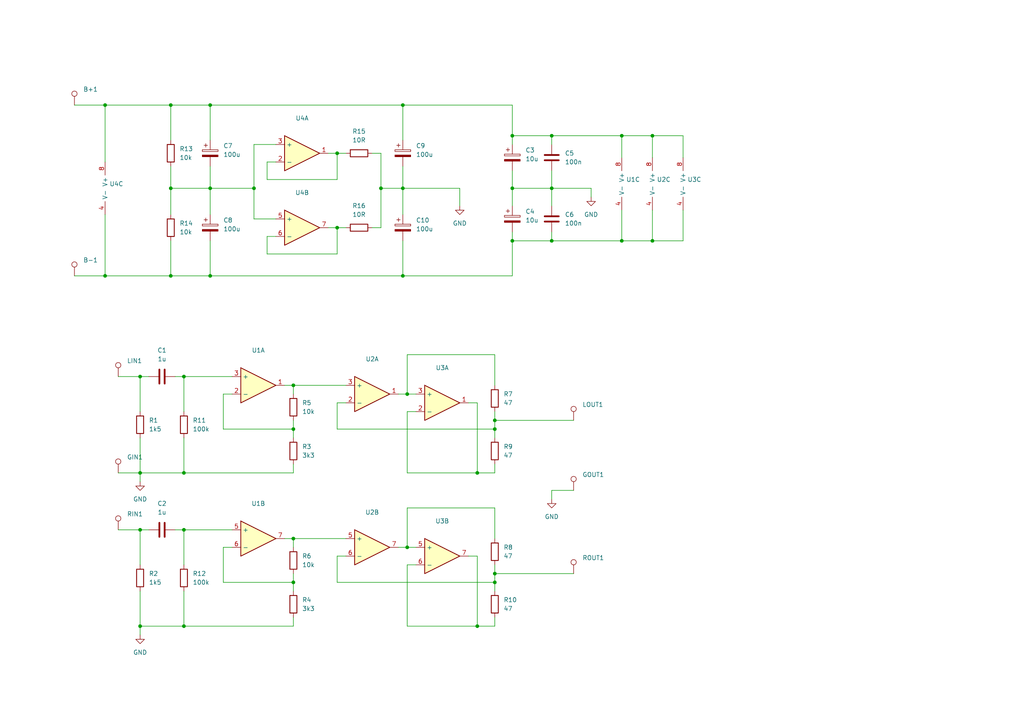
<source format=kicad_sch>
(kicad_sch (version 20230121) (generator eeschema)

  (uuid f154dd11-dd78-4e2a-aca3-97253a458208)

  (paper "A4")

  (lib_symbols
    (symbol "Connector:TestPoint" (pin_numbers hide) (pin_names (offset 0.762) hide) (in_bom yes) (on_board yes)
      (property "Reference" "TP" (at 0 6.858 0)
        (effects (font (size 1.27 1.27)))
      )
      (property "Value" "TestPoint" (at 0 5.08 0)
        (effects (font (size 1.27 1.27)))
      )
      (property "Footprint" "" (at 5.08 0 0)
        (effects (font (size 1.27 1.27)) hide)
      )
      (property "Datasheet" "~" (at 5.08 0 0)
        (effects (font (size 1.27 1.27)) hide)
      )
      (property "ki_keywords" "test point tp" (at 0 0 0)
        (effects (font (size 1.27 1.27)) hide)
      )
      (property "ki_description" "test point" (at 0 0 0)
        (effects (font (size 1.27 1.27)) hide)
      )
      (property "ki_fp_filters" "Pin* Test*" (at 0 0 0)
        (effects (font (size 1.27 1.27)) hide)
      )
      (symbol "TestPoint_0_1"
        (circle (center 0 3.302) (radius 0.762)
          (stroke (width 0) (type default))
          (fill (type none))
        )
      )
      (symbol "TestPoint_1_1"
        (pin passive line (at 0 0 90) (length 2.54)
          (name "1" (effects (font (size 1.27 1.27))))
          (number "1" (effects (font (size 1.27 1.27))))
        )
      )
    )
    (symbol "Device:C" (pin_numbers hide) (pin_names (offset 0.254)) (in_bom yes) (on_board yes)
      (property "Reference" "C" (at 0.635 2.54 0)
        (effects (font (size 1.27 1.27)) (justify left))
      )
      (property "Value" "C" (at 0.635 -2.54 0)
        (effects (font (size 1.27 1.27)) (justify left))
      )
      (property "Footprint" "" (at 0.9652 -3.81 0)
        (effects (font (size 1.27 1.27)) hide)
      )
      (property "Datasheet" "~" (at 0 0 0)
        (effects (font (size 1.27 1.27)) hide)
      )
      (property "ki_keywords" "cap capacitor" (at 0 0 0)
        (effects (font (size 1.27 1.27)) hide)
      )
      (property "ki_description" "Unpolarized capacitor" (at 0 0 0)
        (effects (font (size 1.27 1.27)) hide)
      )
      (property "ki_fp_filters" "C_*" (at 0 0 0)
        (effects (font (size 1.27 1.27)) hide)
      )
      (symbol "C_0_1"
        (polyline
          (pts
            (xy -2.032 -0.762)
            (xy 2.032 -0.762)
          )
          (stroke (width 0.508) (type default))
          (fill (type none))
        )
        (polyline
          (pts
            (xy -2.032 0.762)
            (xy 2.032 0.762)
          )
          (stroke (width 0.508) (type default))
          (fill (type none))
        )
      )
      (symbol "C_1_1"
        (pin passive line (at 0 3.81 270) (length 2.794)
          (name "~" (effects (font (size 1.27 1.27))))
          (number "1" (effects (font (size 1.27 1.27))))
        )
        (pin passive line (at 0 -3.81 90) (length 2.794)
          (name "~" (effects (font (size 1.27 1.27))))
          (number "2" (effects (font (size 1.27 1.27))))
        )
      )
    )
    (symbol "Device:C_Polarized" (pin_numbers hide) (pin_names (offset 0.254)) (in_bom yes) (on_board yes)
      (property "Reference" "C" (at 0.635 2.54 0)
        (effects (font (size 1.27 1.27)) (justify left))
      )
      (property "Value" "C_Polarized" (at 0.635 -2.54 0)
        (effects (font (size 1.27 1.27)) (justify left))
      )
      (property "Footprint" "" (at 0.9652 -3.81 0)
        (effects (font (size 1.27 1.27)) hide)
      )
      (property "Datasheet" "~" (at 0 0 0)
        (effects (font (size 1.27 1.27)) hide)
      )
      (property "ki_keywords" "cap capacitor" (at 0 0 0)
        (effects (font (size 1.27 1.27)) hide)
      )
      (property "ki_description" "Polarized capacitor" (at 0 0 0)
        (effects (font (size 1.27 1.27)) hide)
      )
      (property "ki_fp_filters" "CP_*" (at 0 0 0)
        (effects (font (size 1.27 1.27)) hide)
      )
      (symbol "C_Polarized_0_1"
        (rectangle (start -2.286 0.508) (end 2.286 1.016)
          (stroke (width 0) (type default))
          (fill (type none))
        )
        (polyline
          (pts
            (xy -1.778 2.286)
            (xy -0.762 2.286)
          )
          (stroke (width 0) (type default))
          (fill (type none))
        )
        (polyline
          (pts
            (xy -1.27 2.794)
            (xy -1.27 1.778)
          )
          (stroke (width 0) (type default))
          (fill (type none))
        )
        (rectangle (start 2.286 -0.508) (end -2.286 -1.016)
          (stroke (width 0) (type default))
          (fill (type outline))
        )
      )
      (symbol "C_Polarized_1_1"
        (pin passive line (at 0 3.81 270) (length 2.794)
          (name "~" (effects (font (size 1.27 1.27))))
          (number "1" (effects (font (size 1.27 1.27))))
        )
        (pin passive line (at 0 -3.81 90) (length 2.794)
          (name "~" (effects (font (size 1.27 1.27))))
          (number "2" (effects (font (size 1.27 1.27))))
        )
      )
    )
    (symbol "Device:Opamp_Dual" (in_bom yes) (on_board yes)
      (property "Reference" "U" (at 0 5.08 0)
        (effects (font (size 1.27 1.27)) (justify left))
      )
      (property "Value" "Opamp_Dual" (at 0 -5.08 0)
        (effects (font (size 1.27 1.27)) (justify left))
      )
      (property "Footprint" "" (at 0 0 0)
        (effects (font (size 1.27 1.27)) hide)
      )
      (property "Datasheet" "~" (at 0 0 0)
        (effects (font (size 1.27 1.27)) hide)
      )
      (property "Sim.Library" "${KICAD7_SYMBOL_DIR}/Simulation_SPICE.sp" (at 0 0 0)
        (effects (font (size 1.27 1.27)) hide)
      )
      (property "Sim.Name" "kicad_builtin_opamp_dual" (at 0 0 0)
        (effects (font (size 1.27 1.27)) hide)
      )
      (property "Sim.Device" "SUBCKT" (at 0 0 0)
        (effects (font (size 1.27 1.27)) hide)
      )
      (property "Sim.Pins" "1=out1 2=in1- 3=in1+ 4=vee 5=in2+ 6=in2- 7=out2 8=vcc" (at 0 0 0)
        (effects (font (size 1.27 1.27)) hide)
      )
      (property "ki_locked" "" (at 0 0 0)
        (effects (font (size 1.27 1.27)))
      )
      (property "ki_keywords" "dual opamp" (at 0 0 0)
        (effects (font (size 1.27 1.27)) hide)
      )
      (property "ki_description" "Dual operational amplifier" (at 0 0 0)
        (effects (font (size 1.27 1.27)) hide)
      )
      (property "ki_fp_filters" "SOIC*3.9x4.9mm*P1.27mm* DIP*W7.62mm* MSOP*3x3mm*P0.65mm* SSOP*2.95x2.8mm*P0.65mm* TSSOP*3x3mm*P0.65mm* VSSOP*P0.5mm* TO?99*" (at 0 0 0)
        (effects (font (size 1.27 1.27)) hide)
      )
      (symbol "Opamp_Dual_1_1"
        (polyline
          (pts
            (xy -5.08 5.08)
            (xy 5.08 0)
            (xy -5.08 -5.08)
            (xy -5.08 5.08)
          )
          (stroke (width 0.254) (type default))
          (fill (type background))
        )
        (pin output line (at 7.62 0 180) (length 2.54)
          (name "~" (effects (font (size 1.27 1.27))))
          (number "1" (effects (font (size 1.27 1.27))))
        )
        (pin input line (at -7.62 -2.54 0) (length 2.54)
          (name "-" (effects (font (size 1.27 1.27))))
          (number "2" (effects (font (size 1.27 1.27))))
        )
        (pin input line (at -7.62 2.54 0) (length 2.54)
          (name "+" (effects (font (size 1.27 1.27))))
          (number "3" (effects (font (size 1.27 1.27))))
        )
      )
      (symbol "Opamp_Dual_2_1"
        (polyline
          (pts
            (xy -5.08 5.08)
            (xy 5.08 0)
            (xy -5.08 -5.08)
            (xy -5.08 5.08)
          )
          (stroke (width 0.254) (type default))
          (fill (type background))
        )
        (pin input line (at -7.62 2.54 0) (length 2.54)
          (name "+" (effects (font (size 1.27 1.27))))
          (number "5" (effects (font (size 1.27 1.27))))
        )
        (pin input line (at -7.62 -2.54 0) (length 2.54)
          (name "-" (effects (font (size 1.27 1.27))))
          (number "6" (effects (font (size 1.27 1.27))))
        )
        (pin output line (at 7.62 0 180) (length 2.54)
          (name "~" (effects (font (size 1.27 1.27))))
          (number "7" (effects (font (size 1.27 1.27))))
        )
      )
      (symbol "Opamp_Dual_3_1"
        (pin power_in line (at -2.54 -7.62 90) (length 3.81)
          (name "V-" (effects (font (size 1.27 1.27))))
          (number "4" (effects (font (size 1.27 1.27))))
        )
        (pin power_in line (at -2.54 7.62 270) (length 3.81)
          (name "V+" (effects (font (size 1.27 1.27))))
          (number "8" (effects (font (size 1.27 1.27))))
        )
      )
    )
    (symbol "Device:R" (pin_numbers hide) (pin_names (offset 0)) (in_bom yes) (on_board yes)
      (property "Reference" "R" (at 2.032 0 90)
        (effects (font (size 1.27 1.27)))
      )
      (property "Value" "R" (at 0 0 90)
        (effects (font (size 1.27 1.27)))
      )
      (property "Footprint" "" (at -1.778 0 90)
        (effects (font (size 1.27 1.27)) hide)
      )
      (property "Datasheet" "~" (at 0 0 0)
        (effects (font (size 1.27 1.27)) hide)
      )
      (property "ki_keywords" "R res resistor" (at 0 0 0)
        (effects (font (size 1.27 1.27)) hide)
      )
      (property "ki_description" "Resistor" (at 0 0 0)
        (effects (font (size 1.27 1.27)) hide)
      )
      (property "ki_fp_filters" "R_*" (at 0 0 0)
        (effects (font (size 1.27 1.27)) hide)
      )
      (symbol "R_0_1"
        (rectangle (start -1.016 -2.54) (end 1.016 2.54)
          (stroke (width 0.254) (type default))
          (fill (type none))
        )
      )
      (symbol "R_1_1"
        (pin passive line (at 0 3.81 270) (length 1.27)
          (name "~" (effects (font (size 1.27 1.27))))
          (number "1" (effects (font (size 1.27 1.27))))
        )
        (pin passive line (at 0 -3.81 90) (length 1.27)
          (name "~" (effects (font (size 1.27 1.27))))
          (number "2" (effects (font (size 1.27 1.27))))
        )
      )
    )
    (symbol "power:GND" (power) (pin_names (offset 0)) (in_bom yes) (on_board yes)
      (property "Reference" "#PWR" (at 0 -6.35 0)
        (effects (font (size 1.27 1.27)) hide)
      )
      (property "Value" "GND" (at 0 -3.81 0)
        (effects (font (size 1.27 1.27)))
      )
      (property "Footprint" "" (at 0 0 0)
        (effects (font (size 1.27 1.27)) hide)
      )
      (property "Datasheet" "" (at 0 0 0)
        (effects (font (size 1.27 1.27)) hide)
      )
      (property "ki_keywords" "global power" (at 0 0 0)
        (effects (font (size 1.27 1.27)) hide)
      )
      (property "ki_description" "Power symbol creates a global label with name \"GND\" , ground" (at 0 0 0)
        (effects (font (size 1.27 1.27)) hide)
      )
      (symbol "GND_0_1"
        (polyline
          (pts
            (xy 0 0)
            (xy 0 -1.27)
            (xy 1.27 -1.27)
            (xy 0 -2.54)
            (xy -1.27 -1.27)
            (xy 0 -1.27)
          )
          (stroke (width 0) (type default))
          (fill (type none))
        )
      )
      (symbol "GND_1_1"
        (pin power_in line (at 0 0 270) (length 0) hide
          (name "GND" (effects (font (size 1.27 1.27))))
          (number "1" (effects (font (size 1.27 1.27))))
        )
      )
    )
  )

  (junction (at 143.51 124.46) (diameter 0) (color 0 0 0 0)
    (uuid 05a0a548-677e-474b-b682-12deb0119a64)
  )
  (junction (at 85.09 111.76) (diameter 0) (color 0 0 0 0)
    (uuid 1087cb35-f78c-46f8-a0be-7364e8c51739)
  )
  (junction (at 148.59 54.61) (diameter 0) (color 0 0 0 0)
    (uuid 15f9fcd6-e2be-4431-8d0c-4a636e2957fc)
  )
  (junction (at 138.43 137.16) (diameter 0) (color 0 0 0 0)
    (uuid 21d05c6c-5e06-4e9a-a935-fdd0a17c9b49)
  )
  (junction (at 138.43 181.61) (diameter 0) (color 0 0 0 0)
    (uuid 23f6d466-5933-43ae-b011-42c008e1b56c)
  )
  (junction (at 49.53 30.48) (diameter 0) (color 0 0 0 0)
    (uuid 30a09e65-5449-4ccb-96f7-129b01f171f1)
  )
  (junction (at 143.51 168.91) (diameter 0) (color 0 0 0 0)
    (uuid 35eed990-94e1-4d6b-adea-898a67ed5579)
  )
  (junction (at 60.96 80.01) (diameter 0) (color 0 0 0 0)
    (uuid 38a994c3-e4f5-4cb1-89d5-011868352ea9)
  )
  (junction (at 143.51 166.37) (diameter 0) (color 0 0 0 0)
    (uuid 399efd3a-fb19-45f4-ad1d-6fb96bc003c9)
  )
  (junction (at 148.59 39.37) (diameter 0) (color 0 0 0 0)
    (uuid 45a062cc-ccb1-4863-bc40-79fa587891cd)
  )
  (junction (at 97.79 66.04) (diameter 0) (color 0 0 0 0)
    (uuid 4cda0286-387c-4755-8bd2-8f888ea0ec28)
  )
  (junction (at 110.49 54.61) (diameter 0) (color 0 0 0 0)
    (uuid 4d40fe5c-f090-4035-a92b-376eeb5ae48e)
  )
  (junction (at 30.48 30.48) (diameter 0) (color 0 0 0 0)
    (uuid 50354b80-f9e8-40f6-84b1-0e4f73fb1550)
  )
  (junction (at 189.23 39.37) (diameter 0) (color 0 0 0 0)
    (uuid 528d8c8e-cea2-4c0c-a95c-e520fe9fa575)
  )
  (junction (at 160.02 54.61) (diameter 0) (color 0 0 0 0)
    (uuid 52af36a8-283d-4da7-b593-184f8525f9c2)
  )
  (junction (at 73.66 54.61) (diameter 0) (color 0 0 0 0)
    (uuid 5308db8f-b472-48ef-a862-eb7e88929951)
  )
  (junction (at 40.64 137.16) (diameter 0) (color 0 0 0 0)
    (uuid 53c47378-8f1a-4559-baea-170968670652)
  )
  (junction (at 85.09 124.46) (diameter 0) (color 0 0 0 0)
    (uuid 57db793d-a64b-436a-867f-12c7cf7598da)
  )
  (junction (at 118.11 114.3) (diameter 0) (color 0 0 0 0)
    (uuid 5947ca7d-f3d1-4500-968f-8010f39be8bb)
  )
  (junction (at 116.84 54.61) (diameter 0) (color 0 0 0 0)
    (uuid 62cf0958-0fd9-4b05-b6a7-07da2a277113)
  )
  (junction (at 118.11 158.75) (diameter 0) (color 0 0 0 0)
    (uuid 67643763-07f3-48ff-a8e6-298b02de2c59)
  )
  (junction (at 160.02 69.85) (diameter 0) (color 0 0 0 0)
    (uuid 6a385b10-1f76-412b-b7f0-aca6209092cc)
  )
  (junction (at 97.79 44.45) (diameter 0) (color 0 0 0 0)
    (uuid 6b8bd6d9-b4fa-44e7-81a2-25e5ba263c30)
  )
  (junction (at 60.96 54.61) (diameter 0) (color 0 0 0 0)
    (uuid 6bd9647f-86f4-4e23-9828-cdc43ed5bdd1)
  )
  (junction (at 85.09 168.91) (diameter 0) (color 0 0 0 0)
    (uuid 6bf53f3d-4080-494f-b827-698fb9d62096)
  )
  (junction (at 160.02 39.37) (diameter 0) (color 0 0 0 0)
    (uuid 6c362ea7-f111-4b49-9ef2-931c8b1e7bbe)
  )
  (junction (at 40.64 153.67) (diameter 0) (color 0 0 0 0)
    (uuid 6ef8a463-2823-45b4-ac1d-48be88088a53)
  )
  (junction (at 143.51 121.92) (diameter 0) (color 0 0 0 0)
    (uuid 6f47495d-0314-45ef-94a3-ff8934cc1d24)
  )
  (junction (at 60.96 30.48) (diameter 0) (color 0 0 0 0)
    (uuid 79158487-3e8d-4fb5-828c-7c8ef7c01ee5)
  )
  (junction (at 53.34 153.67) (diameter 0) (color 0 0 0 0)
    (uuid 7bffa2a6-b5ff-4a22-81e1-414a355fda68)
  )
  (junction (at 53.34 181.61) (diameter 0) (color 0 0 0 0)
    (uuid 9a462fb3-6e2a-4683-90dc-81b2bcccdce9)
  )
  (junction (at 85.09 156.21) (diameter 0) (color 0 0 0 0)
    (uuid 9f9a8334-02cb-4acb-9ec1-0ee227cbee43)
  )
  (junction (at 180.34 69.85) (diameter 0) (color 0 0 0 0)
    (uuid a4506ac9-3798-4f7e-8af4-c56930a69439)
  )
  (junction (at 40.64 109.22) (diameter 0) (color 0 0 0 0)
    (uuid ab7ba31c-421f-4d44-ad0c-8304c0a85bcc)
  )
  (junction (at 53.34 109.22) (diameter 0) (color 0 0 0 0)
    (uuid af11ab82-08ae-44a9-a2d0-0877788248b0)
  )
  (junction (at 49.53 80.01) (diameter 0) (color 0 0 0 0)
    (uuid b0103a62-c033-41da-b5e5-8a98c36b3ad7)
  )
  (junction (at 148.59 69.85) (diameter 0) (color 0 0 0 0)
    (uuid b10bde76-56d5-4122-8b1c-0c36530eb6dc)
  )
  (junction (at 30.48 80.01) (diameter 0) (color 0 0 0 0)
    (uuid ba0cf28f-12f8-4bb9-bbaa-e62655e1d6b5)
  )
  (junction (at 180.34 39.37) (diameter 0) (color 0 0 0 0)
    (uuid be71a056-f9b3-4047-8cb1-71f915a27ab1)
  )
  (junction (at 189.23 69.85) (diameter 0) (color 0 0 0 0)
    (uuid c148f047-fbfc-4812-9ca1-9ff8f3b63504)
  )
  (junction (at 116.84 80.01) (diameter 0) (color 0 0 0 0)
    (uuid dbffefec-c6f0-4d01-834d-131e69544f8e)
  )
  (junction (at 53.34 137.16) (diameter 0) (color 0 0 0 0)
    (uuid e4602ee6-6afb-453d-a4d8-c4316e17bc74)
  )
  (junction (at 116.84 30.48) (diameter 0) (color 0 0 0 0)
    (uuid e56cec2b-dae8-458a-aa9a-2fc355dc3876)
  )
  (junction (at 40.64 181.61) (diameter 0) (color 0 0 0 0)
    (uuid fae9b8b0-092d-4620-87de-e8c2f0ac9679)
  )
  (junction (at 49.53 54.61) (diameter 0) (color 0 0 0 0)
    (uuid fda0f234-8944-4f2f-af30-9380ebd99da4)
  )

  (wire (pts (xy 85.09 181.61) (xy 53.34 181.61))
    (stroke (width 0) (type default))
    (uuid 023bbef4-45e1-47e2-a139-ed1bd844deeb)
  )
  (wire (pts (xy 116.84 80.01) (xy 148.59 80.01))
    (stroke (width 0) (type default))
    (uuid 03495349-4ab2-46b9-a435-4771af15200e)
  )
  (wire (pts (xy 64.77 158.75) (xy 64.77 168.91))
    (stroke (width 0) (type default))
    (uuid 048741d4-3d5c-4f14-90d2-4509056fb285)
  )
  (wire (pts (xy 60.96 54.61) (xy 73.66 54.61))
    (stroke (width 0) (type default))
    (uuid 08e97c4a-8d63-49b5-9020-bac63032c9e1)
  )
  (wire (pts (xy 160.02 54.61) (xy 160.02 59.69))
    (stroke (width 0) (type default))
    (uuid 0bc89748-1d7e-4dfc-bd99-53e677d98ac6)
  )
  (wire (pts (xy 85.09 156.21) (xy 85.09 158.75))
    (stroke (width 0) (type default))
    (uuid 0fbca418-4d38-4b07-bea0-a623da84d370)
  )
  (wire (pts (xy 180.34 69.85) (xy 180.34 60.96))
    (stroke (width 0) (type default))
    (uuid 12c55a1d-f079-466a-80fe-f85b9d44d7cf)
  )
  (wire (pts (xy 64.77 168.91) (xy 85.09 168.91))
    (stroke (width 0) (type default))
    (uuid 13e226d5-4820-4497-a417-ba365b2704ae)
  )
  (wire (pts (xy 116.84 30.48) (xy 60.96 30.48))
    (stroke (width 0) (type default))
    (uuid 147a03c7-509b-4cce-8493-ff1169aa90f5)
  )
  (wire (pts (xy 180.34 39.37) (xy 180.34 45.72))
    (stroke (width 0) (type default))
    (uuid 149f7457-ad5d-44d8-8f99-cb234b8ce6c3)
  )
  (wire (pts (xy 77.47 68.58) (xy 80.01 68.58))
    (stroke (width 0) (type default))
    (uuid 16b4c686-a695-45a2-87e8-c8f096d606e6)
  )
  (wire (pts (xy 138.43 161.29) (xy 138.43 181.61))
    (stroke (width 0) (type default))
    (uuid 17cc254d-583f-4ec1-bc28-fe47d8d24e79)
  )
  (wire (pts (xy 148.59 39.37) (xy 148.59 41.91))
    (stroke (width 0) (type default))
    (uuid 19f84df9-af80-4531-843b-06267b391ed8)
  )
  (wire (pts (xy 97.79 44.45) (xy 100.33 44.45))
    (stroke (width 0) (type default))
    (uuid 2266937d-fce2-4ad3-9fd8-ccdfc8b31559)
  )
  (wire (pts (xy 21.59 30.48) (xy 30.48 30.48))
    (stroke (width 0) (type default))
    (uuid 230dfdfe-2ad8-4b5c-8e2b-c1fd4d121913)
  )
  (wire (pts (xy 50.8 109.22) (xy 53.34 109.22))
    (stroke (width 0) (type default))
    (uuid 23ea2591-8ba0-4aba-8cd1-481ef94cae53)
  )
  (wire (pts (xy 34.29 109.22) (xy 40.64 109.22))
    (stroke (width 0) (type default))
    (uuid 24ecd9b6-d074-41f8-91a5-53866cc7872c)
  )
  (wire (pts (xy 120.65 163.83) (xy 118.11 163.83))
    (stroke (width 0) (type default))
    (uuid 24f815e6-2675-4f5f-90dd-d2cd2362eca3)
  )
  (wire (pts (xy 138.43 137.16) (xy 143.51 137.16))
    (stroke (width 0) (type default))
    (uuid 2507ae58-28f7-4894-a221-229306fd5425)
  )
  (wire (pts (xy 40.64 181.61) (xy 40.64 171.45))
    (stroke (width 0) (type default))
    (uuid 25b96d37-b9eb-48cc-bad9-3dc18d6af18f)
  )
  (wire (pts (xy 148.59 39.37) (xy 160.02 39.37))
    (stroke (width 0) (type default))
    (uuid 2d2b3aba-c196-42a0-8f63-fcfbf468b902)
  )
  (wire (pts (xy 95.25 66.04) (xy 97.79 66.04))
    (stroke (width 0) (type default))
    (uuid 2de85a49-f637-439a-8eaa-83b8cef6999c)
  )
  (wire (pts (xy 85.09 134.62) (xy 85.09 137.16))
    (stroke (width 0) (type default))
    (uuid 307811ce-a247-41e4-8cf4-58a11e8dff09)
  )
  (wire (pts (xy 118.11 147.32) (xy 143.51 147.32))
    (stroke (width 0) (type default))
    (uuid 30b4263a-acd0-44fa-9864-04eebfc00170)
  )
  (wire (pts (xy 53.34 181.61) (xy 53.34 171.45))
    (stroke (width 0) (type default))
    (uuid 33ccefac-5349-4a9f-b82a-e8ea15552f68)
  )
  (wire (pts (xy 49.53 54.61) (xy 60.96 54.61))
    (stroke (width 0) (type default))
    (uuid 3567df8c-8d0e-4d1b-868a-761d79a9f882)
  )
  (wire (pts (xy 53.34 109.22) (xy 53.34 119.38))
    (stroke (width 0) (type default))
    (uuid 3586ea73-ebff-4179-bffa-26b2e7bd3411)
  )
  (wire (pts (xy 97.79 124.46) (xy 143.51 124.46))
    (stroke (width 0) (type default))
    (uuid 36eed1dd-1420-4021-8ae6-c6340bc187ee)
  )
  (wire (pts (xy 60.96 30.48) (xy 49.53 30.48))
    (stroke (width 0) (type default))
    (uuid 36fc008c-f48b-4d1b-a078-8ba68a323ec9)
  )
  (wire (pts (xy 30.48 46.99) (xy 30.48 30.48))
    (stroke (width 0) (type default))
    (uuid 37c6d1eb-fc4c-440e-bd6e-204bfc4b2fd8)
  )
  (wire (pts (xy 118.11 137.16) (xy 138.43 137.16))
    (stroke (width 0) (type default))
    (uuid 39a3ee98-ad13-4c9e-9359-29530f1755ad)
  )
  (wire (pts (xy 100.33 161.29) (xy 97.79 161.29))
    (stroke (width 0) (type default))
    (uuid 3a3e1ef6-115b-44e6-864a-7d0eb73667ca)
  )
  (wire (pts (xy 160.02 142.24) (xy 166.37 142.24))
    (stroke (width 0) (type default))
    (uuid 3a88184d-75f1-478d-ab1f-a60a4c18e6b5)
  )
  (wire (pts (xy 21.59 80.01) (xy 30.48 80.01))
    (stroke (width 0) (type default))
    (uuid 3b77707b-783c-4a81-917c-222d9ff54876)
  )
  (wire (pts (xy 40.64 109.22) (xy 40.64 119.38))
    (stroke (width 0) (type default))
    (uuid 3ba99222-f1c2-4c07-b2e3-9512c79f7b0d)
  )
  (wire (pts (xy 53.34 137.16) (xy 40.64 137.16))
    (stroke (width 0) (type default))
    (uuid 40292dd9-9866-458d-aeb5-266bbc2c95a4)
  )
  (wire (pts (xy 160.02 39.37) (xy 160.02 41.91))
    (stroke (width 0) (type default))
    (uuid 410911f2-597c-464c-bb47-e13ea1a6a002)
  )
  (wire (pts (xy 160.02 69.85) (xy 180.34 69.85))
    (stroke (width 0) (type default))
    (uuid 4304835d-4c95-433e-b552-4df365654ad9)
  )
  (wire (pts (xy 148.59 54.61) (xy 160.02 54.61))
    (stroke (width 0) (type default))
    (uuid 4a309b6e-2b8f-4c49-ad0b-13b420ab76c3)
  )
  (wire (pts (xy 100.33 116.84) (xy 97.79 116.84))
    (stroke (width 0) (type default))
    (uuid 4a599e1a-5e03-477f-8a02-949e2f568fc0)
  )
  (wire (pts (xy 143.51 166.37) (xy 166.37 166.37))
    (stroke (width 0) (type default))
    (uuid 4a89df8c-44fd-4d27-adda-3baea684a2eb)
  )
  (wire (pts (xy 53.34 153.67) (xy 67.31 153.67))
    (stroke (width 0) (type default))
    (uuid 4d5fefaf-b744-4172-bc97-d14b8841af2c)
  )
  (wire (pts (xy 138.43 116.84) (xy 138.43 137.16))
    (stroke (width 0) (type default))
    (uuid 4e3d3d08-35de-4c31-916a-7febd53d4681)
  )
  (wire (pts (xy 49.53 30.48) (xy 49.53 40.64))
    (stroke (width 0) (type default))
    (uuid 502f3197-109d-4794-a6b4-9bfbea7b5e00)
  )
  (wire (pts (xy 40.64 137.16) (xy 40.64 127))
    (stroke (width 0) (type default))
    (uuid 5396c285-5797-49b9-ba46-f1d650a09f0e)
  )
  (wire (pts (xy 40.64 153.67) (xy 40.64 163.83))
    (stroke (width 0) (type default))
    (uuid 53a852aa-2db4-414a-9f86-a9318c79167a)
  )
  (wire (pts (xy 97.79 73.66) (xy 77.47 73.66))
    (stroke (width 0) (type default))
    (uuid 55b57c12-37f0-4a20-bd3d-ead5c84977f6)
  )
  (wire (pts (xy 189.23 39.37) (xy 198.12 39.37))
    (stroke (width 0) (type default))
    (uuid 5826bfef-a592-4377-83a5-018feda94540)
  )
  (wire (pts (xy 143.51 102.87) (xy 118.11 102.87))
    (stroke (width 0) (type default))
    (uuid 58b4047d-3142-4aaa-9ef8-13567435d94a)
  )
  (wire (pts (xy 82.55 111.76) (xy 85.09 111.76))
    (stroke (width 0) (type default))
    (uuid 59c7320f-4387-4126-beed-fff6d617c6eb)
  )
  (wire (pts (xy 64.77 124.46) (xy 85.09 124.46))
    (stroke (width 0) (type default))
    (uuid 5b39923c-8e58-4068-ad36-7f36fad2cea4)
  )
  (wire (pts (xy 95.25 44.45) (xy 97.79 44.45))
    (stroke (width 0) (type default))
    (uuid 5d71da6f-8d49-41d1-b659-810347341894)
  )
  (wire (pts (xy 143.51 168.91) (xy 143.51 171.45))
    (stroke (width 0) (type default))
    (uuid 62847926-f701-4444-b612-708f5da5d480)
  )
  (wire (pts (xy 110.49 54.61) (xy 110.49 66.04))
    (stroke (width 0) (type default))
    (uuid 633643c5-b06d-46de-8af7-75fc54ae0946)
  )
  (wire (pts (xy 148.59 69.85) (xy 148.59 67.31))
    (stroke (width 0) (type default))
    (uuid 657c9982-7512-49c7-94b6-388f348353de)
  )
  (wire (pts (xy 180.34 39.37) (xy 189.23 39.37))
    (stroke (width 0) (type default))
    (uuid 68115169-7993-4c6a-96f5-ec452905b723)
  )
  (wire (pts (xy 77.47 46.99) (xy 80.01 46.99))
    (stroke (width 0) (type default))
    (uuid 6f7ec904-aeb9-4696-b112-8130e7ff16b5)
  )
  (wire (pts (xy 118.11 158.75) (xy 120.65 158.75))
    (stroke (width 0) (type default))
    (uuid 6fba787a-6afc-4fe1-a972-f6dd9dde3101)
  )
  (wire (pts (xy 82.55 156.21) (xy 85.09 156.21))
    (stroke (width 0) (type default))
    (uuid 7091ffa3-7dec-4e3a-8a90-617378e49ad0)
  )
  (wire (pts (xy 40.64 137.16) (xy 40.64 139.7))
    (stroke (width 0) (type default))
    (uuid 7105fe58-3abe-4482-99b5-c84cf887d20c)
  )
  (wire (pts (xy 60.96 48.26) (xy 60.96 54.61))
    (stroke (width 0) (type default))
    (uuid 719b5fb7-9395-4f07-ab63-a7a0b3baef15)
  )
  (wire (pts (xy 160.02 144.78) (xy 160.02 142.24))
    (stroke (width 0) (type default))
    (uuid 71ce543d-be3f-48ee-8e88-a268268bd950)
  )
  (wire (pts (xy 97.79 66.04) (xy 100.33 66.04))
    (stroke (width 0) (type default))
    (uuid 730f5529-bec4-496e-a0d0-3a913d53cbc2)
  )
  (wire (pts (xy 107.95 66.04) (xy 110.49 66.04))
    (stroke (width 0) (type default))
    (uuid 785eae34-9c63-45c3-a8f8-37d2a30de8a1)
  )
  (wire (pts (xy 118.11 102.87) (xy 118.11 114.3))
    (stroke (width 0) (type default))
    (uuid 78ea5fc3-917d-42fc-bed7-b0d048482752)
  )
  (wire (pts (xy 40.64 153.67) (xy 43.18 153.67))
    (stroke (width 0) (type default))
    (uuid 7a8795e3-9959-4710-9b30-4d9e44882f2e)
  )
  (wire (pts (xy 30.48 80.01) (xy 49.53 80.01))
    (stroke (width 0) (type default))
    (uuid 7afe7d95-b3f4-4008-ab45-88179b6d1670)
  )
  (wire (pts (xy 116.84 30.48) (xy 148.59 30.48))
    (stroke (width 0) (type default))
    (uuid 7d073b3c-3a6a-4f53-a4a0-4876276c5c70)
  )
  (wire (pts (xy 143.51 181.61) (xy 143.51 179.07))
    (stroke (width 0) (type default))
    (uuid 7d48f43d-5ef9-405a-aeee-aa49f7aeefe3)
  )
  (wire (pts (xy 148.59 49.53) (xy 148.59 54.61))
    (stroke (width 0) (type default))
    (uuid 7fc983be-f57a-4294-bfb7-c44fa29ed9ec)
  )
  (wire (pts (xy 133.35 54.61) (xy 133.35 59.69))
    (stroke (width 0) (type default))
    (uuid 822b9cac-edd9-4010-8a70-a20cf8127b08)
  )
  (wire (pts (xy 118.11 181.61) (xy 138.43 181.61))
    (stroke (width 0) (type default))
    (uuid 82d90d18-b538-45e0-9eda-5387563d5933)
  )
  (wire (pts (xy 53.34 181.61) (xy 40.64 181.61))
    (stroke (width 0) (type default))
    (uuid 839af426-e27e-4de9-88b8-eaa8cafbaa57)
  )
  (wire (pts (xy 60.96 80.01) (xy 60.96 69.85))
    (stroke (width 0) (type default))
    (uuid 83f79fef-e262-46a8-a540-948c342e4561)
  )
  (wire (pts (xy 77.47 73.66) (xy 77.47 68.58))
    (stroke (width 0) (type default))
    (uuid 844e59cc-062a-42bf-b6ed-97786b7bf0f1)
  )
  (wire (pts (xy 97.79 44.45) (xy 97.79 52.07))
    (stroke (width 0) (type default))
    (uuid 87a99b13-9998-4e1d-b2c7-6be4f7ae60b6)
  )
  (wire (pts (xy 30.48 62.23) (xy 30.48 80.01))
    (stroke (width 0) (type default))
    (uuid 88ae6b60-4cb1-4587-bc2c-0b7152c84ecf)
  )
  (wire (pts (xy 138.43 181.61) (xy 143.51 181.61))
    (stroke (width 0) (type default))
    (uuid 8ab4f378-0697-4a97-a8c5-2c6559bfb316)
  )
  (wire (pts (xy 120.65 119.38) (xy 118.11 119.38))
    (stroke (width 0) (type default))
    (uuid 8dc75bd0-c27c-4c31-b273-10a73050f4a8)
  )
  (wire (pts (xy 198.12 69.85) (xy 198.12 60.96))
    (stroke (width 0) (type default))
    (uuid 8e4e2ca6-28ff-44ab-911a-e3bedc83786f)
  )
  (wire (pts (xy 143.51 111.76) (xy 143.51 102.87))
    (stroke (width 0) (type default))
    (uuid 8efd1585-a7fe-4803-a3b9-0183b074cd49)
  )
  (wire (pts (xy 85.09 124.46) (xy 85.09 127))
    (stroke (width 0) (type default))
    (uuid 9227bdf8-8ef6-4220-992a-924c04bbafed)
  )
  (wire (pts (xy 160.02 54.61) (xy 171.45 54.61))
    (stroke (width 0) (type default))
    (uuid 925450c0-b8be-491b-8686-37e93a1ced8d)
  )
  (wire (pts (xy 143.51 147.32) (xy 143.51 156.21))
    (stroke (width 0) (type default))
    (uuid 92ee0dbc-ad04-4ccf-9353-201f38d45cf6)
  )
  (wire (pts (xy 143.51 166.37) (xy 143.51 168.91))
    (stroke (width 0) (type default))
    (uuid 933d8c65-cec9-472c-9503-80088eed898e)
  )
  (wire (pts (xy 115.57 114.3) (xy 118.11 114.3))
    (stroke (width 0) (type default))
    (uuid 93a9316a-fd9f-4bf1-8bc6-4ce40dd769c0)
  )
  (wire (pts (xy 40.64 109.22) (xy 43.18 109.22))
    (stroke (width 0) (type default))
    (uuid 93b4f222-9841-4fb7-8861-9fc6dd382d7a)
  )
  (wire (pts (xy 97.79 52.07) (xy 77.47 52.07))
    (stroke (width 0) (type default))
    (uuid 96ac5784-b0b4-470a-9058-1433682710e1)
  )
  (wire (pts (xy 135.89 161.29) (xy 138.43 161.29))
    (stroke (width 0) (type default))
    (uuid 97b22e9f-4515-42cf-862d-c879278ebaab)
  )
  (wire (pts (xy 118.11 114.3) (xy 120.65 114.3))
    (stroke (width 0) (type default))
    (uuid 99980945-9697-47c8-ac82-06f42c3594d9)
  )
  (wire (pts (xy 148.59 54.61) (xy 148.59 59.69))
    (stroke (width 0) (type default))
    (uuid 9a7e7144-1f3c-4ab1-a231-8a74fa6fc6cf)
  )
  (wire (pts (xy 143.51 163.83) (xy 143.51 166.37))
    (stroke (width 0) (type default))
    (uuid 9b080231-b6cc-4195-af1b-4bf53324086d)
  )
  (wire (pts (xy 189.23 39.37) (xy 189.23 45.72))
    (stroke (width 0) (type default))
    (uuid 9b824ef9-67f0-4572-aee2-fc6b9f3abb60)
  )
  (wire (pts (xy 73.66 41.91) (xy 73.66 54.61))
    (stroke (width 0) (type default))
    (uuid 9cb67094-fe42-4023-b686-0248b33fd573)
  )
  (wire (pts (xy 115.57 158.75) (xy 118.11 158.75))
    (stroke (width 0) (type default))
    (uuid 9d821e48-2dc0-48c1-b572-6465069e1c60)
  )
  (wire (pts (xy 97.79 168.91) (xy 143.51 168.91))
    (stroke (width 0) (type default))
    (uuid 9ec982ae-22c2-434e-b88b-ccebbdae9b3f)
  )
  (wire (pts (xy 135.89 116.84) (xy 138.43 116.84))
    (stroke (width 0) (type default))
    (uuid a060fe9a-d732-484c-b729-5ff6886d6b8b)
  )
  (wire (pts (xy 73.66 63.5) (xy 80.01 63.5))
    (stroke (width 0) (type default))
    (uuid a390eaeb-d5a3-4890-a013-baa227afbc1d)
  )
  (wire (pts (xy 116.84 40.64) (xy 116.84 30.48))
    (stroke (width 0) (type default))
    (uuid a43b07e0-1da4-4443-a6f8-0f61546bac2e)
  )
  (wire (pts (xy 107.95 44.45) (xy 110.49 44.45))
    (stroke (width 0) (type default))
    (uuid a5e82106-8fc6-43e4-84e6-f23dbe61747d)
  )
  (wire (pts (xy 148.59 80.01) (xy 148.59 69.85))
    (stroke (width 0) (type default))
    (uuid a653ecd9-83e3-4e06-ac04-01510bfd54b7)
  )
  (wire (pts (xy 49.53 48.26) (xy 49.53 54.61))
    (stroke (width 0) (type default))
    (uuid a7708e1a-1a41-46ef-8e89-51a78f23a38c)
  )
  (wire (pts (xy 97.79 116.84) (xy 97.79 124.46))
    (stroke (width 0) (type default))
    (uuid a916778a-37e7-49b9-9b86-6438b3be5259)
  )
  (wire (pts (xy 77.47 52.07) (xy 77.47 46.99))
    (stroke (width 0) (type default))
    (uuid a9617e93-6669-4d73-92d7-47ef52bbefd3)
  )
  (wire (pts (xy 34.29 153.67) (xy 40.64 153.67))
    (stroke (width 0) (type default))
    (uuid a9b7c857-a017-4f89-a081-361724bf17c2)
  )
  (wire (pts (xy 143.51 124.46) (xy 143.51 127))
    (stroke (width 0) (type default))
    (uuid aa90f16f-4489-4766-92e8-362a8e80a19f)
  )
  (wire (pts (xy 97.79 161.29) (xy 97.79 168.91))
    (stroke (width 0) (type default))
    (uuid aac37539-34c5-493c-8335-77f0ff3d204d)
  )
  (wire (pts (xy 118.11 119.38) (xy 118.11 137.16))
    (stroke (width 0) (type default))
    (uuid ac4c556c-d394-4c2c-b7d5-94438d574904)
  )
  (wire (pts (xy 85.09 168.91) (xy 85.09 171.45))
    (stroke (width 0) (type default))
    (uuid ac7f2aef-3723-4190-907a-e0c739315303)
  )
  (wire (pts (xy 85.09 124.46) (xy 85.09 121.92))
    (stroke (width 0) (type default))
    (uuid aca9099a-c339-477e-85f1-6250adf6f202)
  )
  (wire (pts (xy 60.96 30.48) (xy 60.96 40.64))
    (stroke (width 0) (type default))
    (uuid acff91e4-203f-4cc8-a9d8-f9d1f685d953)
  )
  (wire (pts (xy 116.84 54.61) (xy 133.35 54.61))
    (stroke (width 0) (type default))
    (uuid ae087482-8731-4135-bb8b-332e743e0066)
  )
  (wire (pts (xy 116.84 54.61) (xy 116.84 62.23))
    (stroke (width 0) (type default))
    (uuid b1571660-c2ea-4455-9b3d-22cb9468b104)
  )
  (wire (pts (xy 171.45 54.61) (xy 171.45 57.15))
    (stroke (width 0) (type default))
    (uuid b19b4263-db08-4edf-bfc0-87fb2147ef4a)
  )
  (wire (pts (xy 110.49 54.61) (xy 116.84 54.61))
    (stroke (width 0) (type default))
    (uuid b3606cb6-8a1c-42a4-9657-31b227183a8f)
  )
  (wire (pts (xy 49.53 80.01) (xy 49.53 69.85))
    (stroke (width 0) (type default))
    (uuid b5b9d53a-3c1d-4106-bcfb-b081dfc9f74a)
  )
  (wire (pts (xy 50.8 153.67) (xy 53.34 153.67))
    (stroke (width 0) (type default))
    (uuid b67e4262-e8be-4039-b50a-ed5a2fd23487)
  )
  (wire (pts (xy 80.01 41.91) (xy 73.66 41.91))
    (stroke (width 0) (type default))
    (uuid b74c480a-c344-49ad-a469-749759cad63c)
  )
  (wire (pts (xy 67.31 158.75) (xy 64.77 158.75))
    (stroke (width 0) (type default))
    (uuid b791331a-cb4d-43ad-b6b0-299647f66e49)
  )
  (wire (pts (xy 85.09 111.76) (xy 85.09 114.3))
    (stroke (width 0) (type default))
    (uuid b804370b-9a7f-40a3-a3af-f7dba530e8ee)
  )
  (wire (pts (xy 160.02 39.37) (xy 180.34 39.37))
    (stroke (width 0) (type default))
    (uuid b8f8259a-df4c-4e66-8a9b-816a500d9d29)
  )
  (wire (pts (xy 60.96 54.61) (xy 60.96 62.23))
    (stroke (width 0) (type default))
    (uuid b98c3758-6bfd-4a2c-9c3d-9f036e6f114b)
  )
  (wire (pts (xy 110.49 44.45) (xy 110.49 54.61))
    (stroke (width 0) (type default))
    (uuid bb8c0a4b-4570-4ca3-9001-d2069433ef1d)
  )
  (wire (pts (xy 143.51 119.38) (xy 143.51 121.92))
    (stroke (width 0) (type default))
    (uuid bc7ac3bb-f448-4485-be51-d7bd84dc3f1e)
  )
  (wire (pts (xy 30.48 30.48) (xy 49.53 30.48))
    (stroke (width 0) (type default))
    (uuid bc934406-6fd2-406a-9b82-9768bf4512a0)
  )
  (wire (pts (xy 116.84 48.26) (xy 116.84 54.61))
    (stroke (width 0) (type default))
    (uuid bdecbf68-603d-4175-903b-eccea4698a70)
  )
  (wire (pts (xy 180.34 69.85) (xy 189.23 69.85))
    (stroke (width 0) (type default))
    (uuid be6db607-7fe2-4b19-83e0-4eddb89050a5)
  )
  (wire (pts (xy 34.29 137.16) (xy 40.64 137.16))
    (stroke (width 0) (type default))
    (uuid bfe9370d-bace-4df3-93c1-1d55c7e63c7d)
  )
  (wire (pts (xy 148.59 30.48) (xy 148.59 39.37))
    (stroke (width 0) (type default))
    (uuid c21c3aa3-e129-4048-b056-411769d234f2)
  )
  (wire (pts (xy 118.11 158.75) (xy 118.11 147.32))
    (stroke (width 0) (type default))
    (uuid c2f6bd3b-c7f9-49ef-9885-47973f7569e4)
  )
  (wire (pts (xy 148.59 69.85) (xy 160.02 69.85))
    (stroke (width 0) (type default))
    (uuid c761650b-0b68-4901-9e87-93f9d8da378d)
  )
  (wire (pts (xy 85.09 179.07) (xy 85.09 181.61))
    (stroke (width 0) (type default))
    (uuid c77b0df4-81da-4019-9366-ea3979a8a4fe)
  )
  (wire (pts (xy 53.34 153.67) (xy 53.34 163.83))
    (stroke (width 0) (type default))
    (uuid c900d72b-3e9f-4c81-abb5-fabef16e2a2d)
  )
  (wire (pts (xy 97.79 66.04) (xy 97.79 73.66))
    (stroke (width 0) (type default))
    (uuid cecfe20e-e693-4068-85c6-c4974e123cf4)
  )
  (wire (pts (xy 64.77 114.3) (xy 64.77 124.46))
    (stroke (width 0) (type default))
    (uuid d31855d6-bbc8-4871-9e78-de97da2adc82)
  )
  (wire (pts (xy 53.34 109.22) (xy 67.31 109.22))
    (stroke (width 0) (type default))
    (uuid d7f20db7-6224-4abc-85e7-c881eebfebe9)
  )
  (wire (pts (xy 189.23 69.85) (xy 189.23 60.96))
    (stroke (width 0) (type default))
    (uuid dd6c456f-6c51-492b-900f-7990fc4ca220)
  )
  (wire (pts (xy 67.31 114.3) (xy 64.77 114.3))
    (stroke (width 0) (type default))
    (uuid e1146329-10fa-4c62-8394-4f32dbdce8f5)
  )
  (wire (pts (xy 85.09 137.16) (xy 53.34 137.16))
    (stroke (width 0) (type default))
    (uuid e1f97490-2da8-4678-be4e-8fc16f2f9f88)
  )
  (wire (pts (xy 143.51 121.92) (xy 143.51 124.46))
    (stroke (width 0) (type default))
    (uuid e755b54c-5fcf-44bf-b06b-ab4559d8336e)
  )
  (wire (pts (xy 143.51 137.16) (xy 143.51 134.62))
    (stroke (width 0) (type default))
    (uuid e8dedefc-9505-4464-b10a-5a822fd1c0ab)
  )
  (wire (pts (xy 143.51 121.92) (xy 166.37 121.92))
    (stroke (width 0) (type default))
    (uuid ec9f15d1-d184-4b40-83a1-f481a9dd375f)
  )
  (wire (pts (xy 189.23 69.85) (xy 198.12 69.85))
    (stroke (width 0) (type default))
    (uuid ee149d60-364b-4de7-b477-32a9642d7004)
  )
  (wire (pts (xy 160.02 49.53) (xy 160.02 54.61))
    (stroke (width 0) (type default))
    (uuid ef1af3fd-e4af-40e7-9588-8b28fa3e160a)
  )
  (wire (pts (xy 198.12 39.37) (xy 198.12 45.72))
    (stroke (width 0) (type default))
    (uuid ef675169-961f-4dbe-8dd7-de626fc4cff5)
  )
  (wire (pts (xy 49.53 54.61) (xy 49.53 62.23))
    (stroke (width 0) (type default))
    (uuid ef908635-4df5-437c-b7ed-ecde705708e2)
  )
  (wire (pts (xy 160.02 69.85) (xy 160.02 67.31))
    (stroke (width 0) (type default))
    (uuid f2858c62-a8d7-4b5b-af13-f2664f9e4cb7)
  )
  (wire (pts (xy 118.11 163.83) (xy 118.11 181.61))
    (stroke (width 0) (type default))
    (uuid f3627528-7554-433e-a106-3c007b3f9676)
  )
  (wire (pts (xy 85.09 111.76) (xy 100.33 111.76))
    (stroke (width 0) (type default))
    (uuid f63b7163-0c94-4689-9a6e-282502b0f3c1)
  )
  (wire (pts (xy 85.09 166.37) (xy 85.09 168.91))
    (stroke (width 0) (type default))
    (uuid f672a93b-ca74-412e-844e-4d4319117ffe)
  )
  (wire (pts (xy 116.84 80.01) (xy 60.96 80.01))
    (stroke (width 0) (type default))
    (uuid f78b1ea7-dad4-437e-8ec6-26ef5f7232a7)
  )
  (wire (pts (xy 60.96 80.01) (xy 49.53 80.01))
    (stroke (width 0) (type default))
    (uuid f7ce2b3b-0f95-4703-ae45-5c6d3a206509)
  )
  (wire (pts (xy 85.09 156.21) (xy 100.33 156.21))
    (stroke (width 0) (type default))
    (uuid f8c74995-9c62-48f8-8906-da5b36a6c9d6)
  )
  (wire (pts (xy 116.84 69.85) (xy 116.84 80.01))
    (stroke (width 0) (type default))
    (uuid fadbedd6-dca5-472a-99ac-a6fb56213bed)
  )
  (wire (pts (xy 40.64 181.61) (xy 40.64 184.15))
    (stroke (width 0) (type default))
    (uuid fd81623b-7451-4a20-874b-f18ff9cf2280)
  )
  (wire (pts (xy 53.34 137.16) (xy 53.34 127))
    (stroke (width 0) (type default))
    (uuid ff895622-9d1d-42a2-a042-955d827d7c5a)
  )
  (wire (pts (xy 73.66 54.61) (xy 73.66 63.5))
    (stroke (width 0) (type default))
    (uuid ffd988a2-d1a9-4b50-b09c-e37ce169a9ae)
  )

  (text "Vout = Vref * (1 + R14/R13)\nR14 = (Vout/Vref - 1) * R13"
    (at 33.02 217.17 0)
    (effects (font (size 1.27 1.27)) (justify left bottom))
    (uuid 231ad371-6e3c-4308-84a0-45b848c9d736)
  )

  (symbol (lib_id "Device:C_Polarized") (at 148.59 63.5 0) (unit 1)
    (in_bom yes) (on_board yes) (dnp no) (fields_autoplaced)
    (uuid 01f098eb-44c3-4ad3-a870-19ceb57e21ca)
    (property "Reference" "C4" (at 152.4 61.341 0)
      (effects (font (size 1.27 1.27)) (justify left))
    )
    (property "Value" "10u" (at 152.4 63.881 0)
      (effects (font (size 1.27 1.27)) (justify left))
    )
    (property "Footprint" "Capacitor_THT:CP_Radial_D8.0mm_P5.00mm" (at 149.5552 67.31 0)
      (effects (font (size 1.27 1.27)) hide)
    )
    (property "Datasheet" "~" (at 148.59 63.5 0)
      (effects (font (size 1.27 1.27)) hide)
    )
    (pin "2" (uuid 759ebfd7-3f0e-4939-ae22-bc28bb2c8b2c))
    (pin "1" (uuid 5fcd4d89-2be3-41be-89ee-6cf44b6e749b))
    (instances
      (project "hopamp"
        (path "/f154dd11-dd78-4e2a-aca3-97253a458208"
          (reference "C4") (unit 1)
        )
      )
    )
  )

  (symbol (lib_id "Device:R") (at 85.09 130.81 0) (unit 1)
    (in_bom yes) (on_board yes) (dnp no) (fields_autoplaced)
    (uuid 0323fdeb-81f5-4a43-a07f-97c9aae94ead)
    (property "Reference" "R3" (at 87.63 129.54 0)
      (effects (font (size 1.27 1.27)) (justify left))
    )
    (property "Value" "3k3" (at 87.63 132.08 0)
      (effects (font (size 1.27 1.27)) (justify left))
    )
    (property "Footprint" "Resistor_THT:R_Axial_DIN0207_L6.3mm_D2.5mm_P10.16mm_Horizontal" (at 83.312 130.81 90)
      (effects (font (size 1.27 1.27)) hide)
    )
    (property "Datasheet" "~" (at 85.09 130.81 0)
      (effects (font (size 1.27 1.27)) hide)
    )
    (pin "1" (uuid d1f7e755-609b-4ca3-a9a1-237967308506))
    (pin "2" (uuid f304ac7b-22e5-490c-a454-0b399b53e494))
    (instances
      (project "hopamp"
        (path "/f154dd11-dd78-4e2a-aca3-97253a458208"
          (reference "R3") (unit 1)
        )
      )
    )
  )

  (symbol (lib_id "Device:C_Polarized") (at 116.84 66.04 0) (unit 1)
    (in_bom yes) (on_board yes) (dnp no) (fields_autoplaced)
    (uuid 05c2ecd8-5752-4ec4-bfb9-83da29175f83)
    (property "Reference" "C10" (at 120.65 63.881 0)
      (effects (font (size 1.27 1.27)) (justify left))
    )
    (property "Value" "100u" (at 120.65 66.421 0)
      (effects (font (size 1.27 1.27)) (justify left))
    )
    (property "Footprint" "Capacitor_THT:CP_Radial_D10.0mm_P5.00mm" (at 117.8052 69.85 0)
      (effects (font (size 1.27 1.27)) hide)
    )
    (property "Datasheet" "~" (at 116.84 66.04 0)
      (effects (font (size 1.27 1.27)) hide)
    )
    (pin "1" (uuid 14cee9b3-7fd6-4d35-9aff-11eef7b2081f))
    (pin "2" (uuid aad4a618-e5f1-408f-987c-7b0830ac19cd))
    (instances
      (project "hopamp"
        (path "/f154dd11-dd78-4e2a-aca3-97253a458208"
          (reference "C10") (unit 1)
        )
      )
    )
  )

  (symbol (lib_id "Device:R") (at 40.64 123.19 0) (unit 1)
    (in_bom yes) (on_board yes) (dnp no) (fields_autoplaced)
    (uuid 1e33c91f-e3e3-45b6-a4b8-8f9f562874cc)
    (property "Reference" "R1" (at 43.18 121.92 0)
      (effects (font (size 1.27 1.27)) (justify left))
    )
    (property "Value" "1k5" (at 43.18 124.46 0)
      (effects (font (size 1.27 1.27)) (justify left))
    )
    (property "Footprint" "Resistor_THT:R_Axial_DIN0207_L6.3mm_D2.5mm_P10.16mm_Horizontal" (at 38.862 123.19 90)
      (effects (font (size 1.27 1.27)) hide)
    )
    (property "Datasheet" "~" (at 40.64 123.19 0)
      (effects (font (size 1.27 1.27)) hide)
    )
    (pin "1" (uuid 41257bfa-4d51-450b-bae6-4a18d5c2b9e2))
    (pin "2" (uuid ef912fe0-0ff5-4f45-bab9-44d4283e6f01))
    (instances
      (project "hopamp"
        (path "/f154dd11-dd78-4e2a-aca3-97253a458208"
          (reference "R1") (unit 1)
        )
      )
    )
  )

  (symbol (lib_id "Device:Opamp_Dual") (at 182.88 53.34 0) (unit 3)
    (in_bom yes) (on_board yes) (dnp no) (fields_autoplaced)
    (uuid 1e609337-8c1d-4ead-adeb-fce1b75ce1c0)
    (property "Reference" "U1" (at 181.61 52.07 0)
      (effects (font (size 1.27 1.27)) (justify left))
    )
    (property "Value" "Opamp_Dual" (at 181.61 54.61 0)
      (effects (font (size 1.27 1.27)) (justify left) hide)
    )
    (property "Footprint" "Package_DIP:DIP-8_W7.62mm_LongPads" (at 182.88 53.34 0)
      (effects (font (size 1.27 1.27)) hide)
    )
    (property "Datasheet" "~" (at 182.88 53.34 0)
      (effects (font (size 1.27 1.27)) hide)
    )
    (property "Sim.Library" "${KICAD7_SYMBOL_DIR}/Simulation_SPICE.sp" (at 182.88 53.34 0)
      (effects (font (size 1.27 1.27)) hide)
    )
    (property "Sim.Name" "kicad_builtin_opamp_dual" (at 182.88 53.34 0)
      (effects (font (size 1.27 1.27)) hide)
    )
    (property "Sim.Device" "SUBCKT" (at 182.88 53.34 0)
      (effects (font (size 1.27 1.27)) hide)
    )
    (property "Sim.Pins" "1=out1 2=in1- 3=in1+ 4=vee 5=in2+ 6=in2- 7=out2 8=vcc" (at 182.88 53.34 0)
      (effects (font (size 1.27 1.27)) hide)
    )
    (pin "2" (uuid bf092149-baa6-42cc-b738-95f51bfac41a))
    (pin "3" (uuid 2223a043-1841-4641-a9e0-a912572a6c5c))
    (pin "5" (uuid 754359ab-87d6-456d-a437-d02c449db3fc))
    (pin "1" (uuid 3c1293fb-7807-43df-9804-eb7687633542))
    (pin "6" (uuid 3876187c-bab4-4aba-ab7b-b810a204a1b0))
    (pin "7" (uuid b1e83f4f-1925-4a5b-a4d5-970760db8dcb))
    (pin "8" (uuid 70c892f4-fb8d-4d71-86f8-cd448498e368))
    (pin "4" (uuid 4a7c5c02-b6ec-4116-991e-89e6a7405ae1))
    (instances
      (project "hopamp"
        (path "/f154dd11-dd78-4e2a-aca3-97253a458208"
          (reference "U1") (unit 3)
        )
      )
    )
  )

  (symbol (lib_id "Device:R") (at 49.53 66.04 0) (unit 1)
    (in_bom yes) (on_board yes) (dnp no) (fields_autoplaced)
    (uuid 1f7d617f-3685-4e48-b883-78c3f5b11210)
    (property "Reference" "R14" (at 52.07 64.77 0)
      (effects (font (size 1.27 1.27)) (justify left))
    )
    (property "Value" "10k" (at 52.07 67.31 0)
      (effects (font (size 1.27 1.27)) (justify left))
    )
    (property "Footprint" "Resistor_THT:R_Axial_DIN0207_L6.3mm_D2.5mm_P10.16mm_Horizontal" (at 47.752 66.04 90)
      (effects (font (size 1.27 1.27)) hide)
    )
    (property "Datasheet" "~" (at 49.53 66.04 0)
      (effects (font (size 1.27 1.27)) hide)
    )
    (pin "1" (uuid b1a36420-f339-4650-8100-339e7fad73b1))
    (pin "2" (uuid a04036ad-6887-4f7a-849a-4b7f9fbfe050))
    (instances
      (project "hopamp"
        (path "/f154dd11-dd78-4e2a-aca3-97253a458208"
          (reference "R14") (unit 1)
        )
      )
    )
  )

  (symbol (lib_id "Connector:TestPoint") (at 21.59 30.48 0) (unit 1)
    (in_bom yes) (on_board yes) (dnp no) (fields_autoplaced)
    (uuid 21e1810d-f6d1-4cff-8ad8-554e93fa9da4)
    (property "Reference" "B+1" (at 24.13 25.908 0)
      (effects (font (size 1.27 1.27)) (justify left))
    )
    (property "Value" "TestPoint" (at 24.13 28.448 0)
      (effects (font (size 1.27 1.27)) (justify left) hide)
    )
    (property "Footprint" "Connector_PinHeader_2.54mm:PinHeader_1x01_P2.54mm_Vertical" (at 26.67 30.48 0)
      (effects (font (size 1.27 1.27)) hide)
    )
    (property "Datasheet" "~" (at 26.67 30.48 0)
      (effects (font (size 1.27 1.27)) hide)
    )
    (pin "1" (uuid 8ea99f57-0115-4706-bc09-b45a9258f3cc))
    (instances
      (project "hopamp"
        (path "/f154dd11-dd78-4e2a-aca3-97253a458208"
          (reference "B+1") (unit 1)
        )
      )
    )
  )

  (symbol (lib_id "Device:C_Polarized") (at 116.84 44.45 0) (unit 1)
    (in_bom yes) (on_board yes) (dnp no) (fields_autoplaced)
    (uuid 2ae7340a-ff18-49b7-8a46-351b025d2dc8)
    (property "Reference" "C9" (at 120.65 42.291 0)
      (effects (font (size 1.27 1.27)) (justify left))
    )
    (property "Value" "100u" (at 120.65 44.831 0)
      (effects (font (size 1.27 1.27)) (justify left))
    )
    (property "Footprint" "Capacitor_THT:CP_Radial_D10.0mm_P5.00mm" (at 117.8052 48.26 0)
      (effects (font (size 1.27 1.27)) hide)
    )
    (property "Datasheet" "~" (at 116.84 44.45 0)
      (effects (font (size 1.27 1.27)) hide)
    )
    (pin "1" (uuid 71a89465-3957-47df-8246-a54233b814d8))
    (pin "2" (uuid ff8bd50a-be70-4813-b458-0fae4078485b))
    (instances
      (project "hopamp"
        (path "/f154dd11-dd78-4e2a-aca3-97253a458208"
          (reference "C9") (unit 1)
        )
      )
    )
  )

  (symbol (lib_id "power:GND") (at 133.35 59.69 0) (unit 1)
    (in_bom yes) (on_board yes) (dnp no) (fields_autoplaced)
    (uuid 2d6d9108-8f35-45b7-8cd3-3e569334e9b1)
    (property "Reference" "#PWR06" (at 133.35 66.04 0)
      (effects (font (size 1.27 1.27)) hide)
    )
    (property "Value" "GND" (at 133.35 64.77 0)
      (effects (font (size 1.27 1.27)))
    )
    (property "Footprint" "" (at 133.35 59.69 0)
      (effects (font (size 1.27 1.27)) hide)
    )
    (property "Datasheet" "" (at 133.35 59.69 0)
      (effects (font (size 1.27 1.27)) hide)
    )
    (pin "1" (uuid 2734acf5-0e7b-4476-8cce-5e466cccb24d))
    (instances
      (project "hopamp"
        (path "/f154dd11-dd78-4e2a-aca3-97253a458208"
          (reference "#PWR06") (unit 1)
        )
      )
    )
  )

  (symbol (lib_id "power:GND") (at 40.64 184.15 0) (unit 1)
    (in_bom yes) (on_board yes) (dnp no) (fields_autoplaced)
    (uuid 3ca17fe0-60c1-4b96-bdba-52aa710b5f32)
    (property "Reference" "#PWR02" (at 40.64 190.5 0)
      (effects (font (size 1.27 1.27)) hide)
    )
    (property "Value" "GND" (at 40.64 189.23 0)
      (effects (font (size 1.27 1.27)))
    )
    (property "Footprint" "" (at 40.64 184.15 0)
      (effects (font (size 1.27 1.27)) hide)
    )
    (property "Datasheet" "" (at 40.64 184.15 0)
      (effects (font (size 1.27 1.27)) hide)
    )
    (pin "1" (uuid cc10180a-5a42-40c5-86f3-304e0d04e32b))
    (instances
      (project "hopamp"
        (path "/f154dd11-dd78-4e2a-aca3-97253a458208"
          (reference "#PWR02") (unit 1)
        )
      )
    )
  )

  (symbol (lib_id "Device:Opamp_Dual") (at 128.27 161.29 0) (unit 2)
    (in_bom yes) (on_board yes) (dnp no) (fields_autoplaced)
    (uuid 41025ecc-1a79-4750-9f7f-4196ee739240)
    (property "Reference" "U3" (at 128.27 151.13 0)
      (effects (font (size 1.27 1.27)))
    )
    (property "Value" "Opamp_Dual" (at 128.27 153.67 0)
      (effects (font (size 1.27 1.27)) hide)
    )
    (property "Footprint" "Package_DIP:DIP-8_W7.62mm_LongPads" (at 128.27 161.29 0)
      (effects (font (size 1.27 1.27)) hide)
    )
    (property "Datasheet" "~" (at 128.27 161.29 0)
      (effects (font (size 1.27 1.27)) hide)
    )
    (property "Sim.Library" "${KICAD7_SYMBOL_DIR}/Simulation_SPICE.sp" (at 128.27 161.29 0)
      (effects (font (size 1.27 1.27)) hide)
    )
    (property "Sim.Name" "kicad_builtin_opamp_dual" (at 128.27 161.29 0)
      (effects (font (size 1.27 1.27)) hide)
    )
    (property "Sim.Device" "SUBCKT" (at 128.27 161.29 0)
      (effects (font (size 1.27 1.27)) hide)
    )
    (property "Sim.Pins" "1=out1 2=in1- 3=in1+ 4=vee 5=in2+ 6=in2- 7=out2 8=vcc" (at 128.27 161.29 0)
      (effects (font (size 1.27 1.27)) hide)
    )
    (pin "2" (uuid bf092149-baa6-42cc-b738-95f51bfac41b))
    (pin "3" (uuid 2223a043-1841-4641-a9e0-a912572a6c5d))
    (pin "5" (uuid 754359ab-87d6-456d-a437-d02c449db3fd))
    (pin "1" (uuid 3c1293fb-7807-43df-9804-eb7687633543))
    (pin "6" (uuid 3876187c-bab4-4aba-ab7b-b810a204a1b1))
    (pin "7" (uuid b1e83f4f-1925-4a5b-a4d5-970760db8dcc))
    (pin "8" (uuid 70c892f4-fb8d-4d71-86f8-cd448498e369))
    (pin "4" (uuid 4a7c5c02-b6ec-4116-991e-89e6a7405ae2))
    (instances
      (project "hopamp"
        (path "/f154dd11-dd78-4e2a-aca3-97253a458208"
          (reference "U3") (unit 2)
        )
      )
    )
  )

  (symbol (lib_id "Device:C_Polarized") (at 148.59 45.72 0) (unit 1)
    (in_bom yes) (on_board yes) (dnp no) (fields_autoplaced)
    (uuid 41c5c538-a9cc-43e7-877e-c3720ec3ac0b)
    (property "Reference" "C3" (at 152.4 43.561 0)
      (effects (font (size 1.27 1.27)) (justify left))
    )
    (property "Value" "10u" (at 152.4 46.101 0)
      (effects (font (size 1.27 1.27)) (justify left))
    )
    (property "Footprint" "Capacitor_THT:CP_Radial_D8.0mm_P5.00mm" (at 149.5552 49.53 0)
      (effects (font (size 1.27 1.27)) hide)
    )
    (property "Datasheet" "~" (at 148.59 45.72 0)
      (effects (font (size 1.27 1.27)) hide)
    )
    (pin "2" (uuid 759ebfd7-3f0e-4939-ae22-bc28bb2c8b2d))
    (pin "1" (uuid 5fcd4d89-2be3-41be-89ee-6cf44b6e749c))
    (instances
      (project "hopamp"
        (path "/f154dd11-dd78-4e2a-aca3-97253a458208"
          (reference "C3") (unit 1)
        )
      )
    )
  )

  (symbol (lib_id "power:GND") (at 160.02 144.78 0) (unit 1)
    (in_bom yes) (on_board yes) (dnp no) (fields_autoplaced)
    (uuid 450d9414-dc65-4817-94ca-b98f9d9dc7f1)
    (property "Reference" "#PWR03" (at 160.02 151.13 0)
      (effects (font (size 1.27 1.27)) hide)
    )
    (property "Value" "GND" (at 160.02 149.86 0)
      (effects (font (size 1.27 1.27)))
    )
    (property "Footprint" "" (at 160.02 144.78 0)
      (effects (font (size 1.27 1.27)) hide)
    )
    (property "Datasheet" "" (at 160.02 144.78 0)
      (effects (font (size 1.27 1.27)) hide)
    )
    (pin "1" (uuid cc10180a-5a42-40c5-86f3-304e0d04e32c))
    (instances
      (project "hopamp"
        (path "/f154dd11-dd78-4e2a-aca3-97253a458208"
          (reference "#PWR03") (unit 1)
        )
      )
    )
  )

  (symbol (lib_id "Device:R") (at 104.14 44.45 90) (unit 1)
    (in_bom yes) (on_board yes) (dnp no) (fields_autoplaced)
    (uuid 5489e19c-80d4-4e1c-b6f9-51008f7ec379)
    (property "Reference" "R15" (at 104.14 38.1 90)
      (effects (font (size 1.27 1.27)))
    )
    (property "Value" "10R" (at 104.14 40.64 90)
      (effects (font (size 1.27 1.27)))
    )
    (property "Footprint" "Resistor_THT:R_Axial_DIN0207_L6.3mm_D2.5mm_P10.16mm_Horizontal" (at 104.14 46.228 90)
      (effects (font (size 1.27 1.27)) hide)
    )
    (property "Datasheet" "~" (at 104.14 44.45 0)
      (effects (font (size 1.27 1.27)) hide)
    )
    (pin "1" (uuid 073c85d2-d670-4aec-ba46-ed5749a321c4))
    (pin "2" (uuid b24e0143-9b99-44f5-9298-9b2b5405838c))
    (instances
      (project "hopamp"
        (path "/f154dd11-dd78-4e2a-aca3-97253a458208"
          (reference "R15") (unit 1)
        )
      )
    )
  )

  (symbol (lib_id "Device:Opamp_Dual") (at 74.93 156.21 0) (unit 2)
    (in_bom yes) (on_board yes) (dnp no) (fields_autoplaced)
    (uuid 623a56eb-cf41-4bcb-8fce-02460a55793a)
    (property "Reference" "U1" (at 74.93 146.05 0)
      (effects (font (size 1.27 1.27)))
    )
    (property "Value" "Opamp_Dual" (at 74.93 148.59 0)
      (effects (font (size 1.27 1.27)) hide)
    )
    (property "Footprint" "Package_DIP:DIP-8_W7.62mm_LongPads" (at 74.93 156.21 0)
      (effects (font (size 1.27 1.27)) hide)
    )
    (property "Datasheet" "~" (at 74.93 156.21 0)
      (effects (font (size 1.27 1.27)) hide)
    )
    (property "Sim.Library" "${KICAD7_SYMBOL_DIR}/Simulation_SPICE.sp" (at 74.93 156.21 0)
      (effects (font (size 1.27 1.27)) hide)
    )
    (property "Sim.Name" "kicad_builtin_opamp_dual" (at 74.93 156.21 0)
      (effects (font (size 1.27 1.27)) hide)
    )
    (property "Sim.Device" "SUBCKT" (at 74.93 156.21 0)
      (effects (font (size 1.27 1.27)) hide)
    )
    (property "Sim.Pins" "1=out1 2=in1- 3=in1+ 4=vee 5=in2+ 6=in2- 7=out2 8=vcc" (at 74.93 156.21 0)
      (effects (font (size 1.27 1.27)) hide)
    )
    (pin "2" (uuid bf092149-baa6-42cc-b738-95f51bfac41c))
    (pin "3" (uuid 2223a043-1841-4641-a9e0-a912572a6c5e))
    (pin "5" (uuid 754359ab-87d6-456d-a437-d02c449db3fe))
    (pin "1" (uuid 3c1293fb-7807-43df-9804-eb7687633544))
    (pin "6" (uuid 3876187c-bab4-4aba-ab7b-b810a204a1b2))
    (pin "7" (uuid b1e83f4f-1925-4a5b-a4d5-970760db8dcd))
    (pin "8" (uuid 70c892f4-fb8d-4d71-86f8-cd448498e36a))
    (pin "4" (uuid 4a7c5c02-b6ec-4116-991e-89e6a7405ae3))
    (instances
      (project "hopamp"
        (path "/f154dd11-dd78-4e2a-aca3-97253a458208"
          (reference "U1") (unit 2)
        )
      )
    )
  )

  (symbol (lib_id "Device:R") (at 104.14 66.04 90) (unit 1)
    (in_bom yes) (on_board yes) (dnp no) (fields_autoplaced)
    (uuid 6384e8f9-fece-4caf-81c7-e7de74ffb8f0)
    (property "Reference" "R16" (at 104.14 59.69 90)
      (effects (font (size 1.27 1.27)))
    )
    (property "Value" "10R" (at 104.14 62.23 90)
      (effects (font (size 1.27 1.27)))
    )
    (property "Footprint" "Resistor_THT:R_Axial_DIN0207_L6.3mm_D2.5mm_P10.16mm_Horizontal" (at 104.14 67.818 90)
      (effects (font (size 1.27 1.27)) hide)
    )
    (property "Datasheet" "~" (at 104.14 66.04 0)
      (effects (font (size 1.27 1.27)) hide)
    )
    (pin "1" (uuid 25971815-e328-4428-8a09-a6a38adafe9b))
    (pin "2" (uuid df617e30-2c47-429d-817e-2a021937a474))
    (instances
      (project "hopamp"
        (path "/f154dd11-dd78-4e2a-aca3-97253a458208"
          (reference "R16") (unit 1)
        )
      )
    )
  )

  (symbol (lib_id "Device:R") (at 85.09 118.11 0) (unit 1)
    (in_bom yes) (on_board yes) (dnp no) (fields_autoplaced)
    (uuid 668acb10-ddd5-4144-a8e0-d1634ac8c1c9)
    (property "Reference" "R5" (at 87.63 116.84 0)
      (effects (font (size 1.27 1.27)) (justify left))
    )
    (property "Value" "10k" (at 87.63 119.38 0)
      (effects (font (size 1.27 1.27)) (justify left))
    )
    (property "Footprint" "Resistor_THT:R_Axial_DIN0207_L6.3mm_D2.5mm_P10.16mm_Horizontal" (at 83.312 118.11 90)
      (effects (font (size 1.27 1.27)) hide)
    )
    (property "Datasheet" "~" (at 85.09 118.11 0)
      (effects (font (size 1.27 1.27)) hide)
    )
    (pin "1" (uuid d1f7e755-609b-4ca3-a9a1-237967308507))
    (pin "2" (uuid f304ac7b-22e5-490c-a454-0b399b53e495))
    (instances
      (project "hopamp"
        (path "/f154dd11-dd78-4e2a-aca3-97253a458208"
          (reference "R5") (unit 1)
        )
      )
    )
  )

  (symbol (lib_id "Device:Opamp_Dual") (at 87.63 66.04 0) (unit 2)
    (in_bom yes) (on_board yes) (dnp no) (fields_autoplaced)
    (uuid 6cc805fe-063a-44bb-8944-0ba06db8b3f7)
    (property "Reference" "U4" (at 87.63 55.88 0)
      (effects (font (size 1.27 1.27)))
    )
    (property "Value" "Opamp_Dual" (at 87.63 58.42 0)
      (effects (font (size 1.27 1.27)) hide)
    )
    (property "Footprint" "Package_DIP:DIP-8_W7.62mm_Socket" (at 87.63 66.04 0)
      (effects (font (size 1.27 1.27)) hide)
    )
    (property "Datasheet" "~" (at 87.63 66.04 0)
      (effects (font (size 1.27 1.27)) hide)
    )
    (property "Sim.Library" "${KICAD7_SYMBOL_DIR}/Simulation_SPICE.sp" (at 87.63 66.04 0)
      (effects (font (size 1.27 1.27)) hide)
    )
    (property "Sim.Name" "kicad_builtin_opamp_dual" (at 87.63 66.04 0)
      (effects (font (size 1.27 1.27)) hide)
    )
    (property "Sim.Device" "SUBCKT" (at 87.63 66.04 0)
      (effects (font (size 1.27 1.27)) hide)
    )
    (property "Sim.Pins" "1=out1 2=in1- 3=in1+ 4=vee 5=in2+ 6=in2- 7=out2 8=vcc" (at 87.63 66.04 0)
      (effects (font (size 1.27 1.27)) hide)
    )
    (pin "4" (uuid ee11c4b4-ef30-4d8e-b379-190dcd1fb818))
    (pin "5" (uuid d9ca8938-9659-4a12-aa3a-8b56aed0424d))
    (pin "3" (uuid 18a3bc58-a5fa-4242-a50b-2eaa3e129045))
    (pin "1" (uuid e38fe7f1-6c13-44e2-a611-8f8d96fcf09c))
    (pin "6" (uuid 78363221-c4eb-4a9f-a356-8950676da1ec))
    (pin "7" (uuid a6439d55-c0c1-43de-8131-1a000aca6700))
    (pin "2" (uuid 2178fbed-5b3e-4e10-b7ec-7564317bb12d))
    (pin "8" (uuid b8d3d7ec-6d2b-4756-bfc3-af286b7be436))
    (instances
      (project "hopamp"
        (path "/f154dd11-dd78-4e2a-aca3-97253a458208"
          (reference "U4") (unit 2)
        )
      )
    )
  )

  (symbol (lib_id "Connector:TestPoint") (at 166.37 166.37 0) (unit 1)
    (in_bom yes) (on_board yes) (dnp no) (fields_autoplaced)
    (uuid 769369bf-68b5-4450-a72c-d7914cb42113)
    (property "Reference" "ROUT1" (at 168.91 161.798 0)
      (effects (font (size 1.27 1.27)) (justify left))
    )
    (property "Value" "TestPoint" (at 168.91 164.338 0)
      (effects (font (size 1.27 1.27)) (justify left) hide)
    )
    (property "Footprint" "Connector_PinHeader_2.54mm:PinHeader_1x01_P2.54mm_Vertical" (at 171.45 166.37 0)
      (effects (font (size 1.27 1.27)) hide)
    )
    (property "Datasheet" "~" (at 171.45 166.37 0)
      (effects (font (size 1.27 1.27)) hide)
    )
    (pin "1" (uuid ac30adba-1454-4fff-b11b-c78d4ff84a2e))
    (instances
      (project "hopamp"
        (path "/f154dd11-dd78-4e2a-aca3-97253a458208"
          (reference "ROUT1") (unit 1)
        )
      )
    )
  )

  (symbol (lib_id "Device:C") (at 46.99 109.22 90) (unit 1)
    (in_bom yes) (on_board yes) (dnp no) (fields_autoplaced)
    (uuid 79f65f12-f629-4ce1-99dd-551f539dc246)
    (property "Reference" "C1" (at 46.99 101.6 90)
      (effects (font (size 1.27 1.27)))
    )
    (property "Value" "1u" (at 46.99 104.14 90)
      (effects (font (size 1.27 1.27)))
    )
    (property "Footprint" "Capacitor_THT:CP_Radial_D8.0mm_P5.00mm" (at 50.8 108.2548 0)
      (effects (font (size 1.27 1.27)) hide)
    )
    (property "Datasheet" "~" (at 46.99 109.22 0)
      (effects (font (size 1.27 1.27)) hide)
    )
    (pin "2" (uuid afd4debf-5656-4602-9368-5cd7bda80300))
    (pin "1" (uuid 3ca1c3d6-38fc-42bf-a9ce-420b3a217982))
    (instances
      (project "hopamp"
        (path "/f154dd11-dd78-4e2a-aca3-97253a458208"
          (reference "C1") (unit 1)
        )
      )
    )
  )

  (symbol (lib_id "Device:R") (at 53.34 167.64 0) (unit 1)
    (in_bom yes) (on_board yes) (dnp no) (fields_autoplaced)
    (uuid 7a133208-fb2d-4410-ad9e-7c1d2b8e9bf9)
    (property "Reference" "R12" (at 55.88 166.37 0)
      (effects (font (size 1.27 1.27)) (justify left))
    )
    (property "Value" "100k" (at 55.88 168.91 0)
      (effects (font (size 1.27 1.27)) (justify left))
    )
    (property "Footprint" "Resistor_THT:R_Axial_DIN0207_L6.3mm_D2.5mm_P10.16mm_Horizontal" (at 51.562 167.64 90)
      (effects (font (size 1.27 1.27)) hide)
    )
    (property "Datasheet" "~" (at 53.34 167.64 0)
      (effects (font (size 1.27 1.27)) hide)
    )
    (pin "2" (uuid adc5b130-06d1-4722-9066-b5c1c0bce772))
    (pin "1" (uuid 2154c844-d36e-4f80-bbdf-b146bf9daf15))
    (instances
      (project "hopamp"
        (path "/f154dd11-dd78-4e2a-aca3-97253a458208"
          (reference "R12") (unit 1)
        )
      )
    )
  )

  (symbol (lib_id "Device:R") (at 143.51 160.02 0) (unit 1)
    (in_bom yes) (on_board yes) (dnp no) (fields_autoplaced)
    (uuid 7c550e41-f5d0-4d7b-ad62-bd62ef00dead)
    (property "Reference" "R8" (at 146.05 158.75 0)
      (effects (font (size 1.27 1.27)) (justify left))
    )
    (property "Value" "47" (at 146.05 161.29 0)
      (effects (font (size 1.27 1.27)) (justify left))
    )
    (property "Footprint" "Resistor_THT:R_Axial_DIN0207_L6.3mm_D2.5mm_P10.16mm_Horizontal" (at 141.732 160.02 90)
      (effects (font (size 1.27 1.27)) hide)
    )
    (property "Datasheet" "~" (at 143.51 160.02 0)
      (effects (font (size 1.27 1.27)) hide)
    )
    (pin "1" (uuid d1f7e755-609b-4ca3-a9a1-237967308508))
    (pin "2" (uuid f304ac7b-22e5-490c-a454-0b399b53e496))
    (instances
      (project "hopamp"
        (path "/f154dd11-dd78-4e2a-aca3-97253a458208"
          (reference "R8") (unit 1)
        )
      )
    )
  )

  (symbol (lib_id "Device:R") (at 143.51 175.26 0) (unit 1)
    (in_bom yes) (on_board yes) (dnp no) (fields_autoplaced)
    (uuid 7c566415-7bdb-4d34-ae71-a14b9745135f)
    (property "Reference" "R10" (at 146.05 173.99 0)
      (effects (font (size 1.27 1.27)) (justify left))
    )
    (property "Value" "47" (at 146.05 176.53 0)
      (effects (font (size 1.27 1.27)) (justify left))
    )
    (property "Footprint" "Resistor_THT:R_Axial_DIN0207_L6.3mm_D2.5mm_P10.16mm_Horizontal" (at 141.732 175.26 90)
      (effects (font (size 1.27 1.27)) hide)
    )
    (property "Datasheet" "~" (at 143.51 175.26 0)
      (effects (font (size 1.27 1.27)) hide)
    )
    (pin "1" (uuid d1f7e755-609b-4ca3-a9a1-237967308509))
    (pin "2" (uuid f304ac7b-22e5-490c-a454-0b399b53e497))
    (instances
      (project "hopamp"
        (path "/f154dd11-dd78-4e2a-aca3-97253a458208"
          (reference "R10") (unit 1)
        )
      )
    )
  )

  (symbol (lib_id "Device:C") (at 160.02 63.5 0) (unit 1)
    (in_bom yes) (on_board yes) (dnp no) (fields_autoplaced)
    (uuid 8b983b60-94c7-45c1-80a0-b7c537050f7e)
    (property "Reference" "C6" (at 163.83 62.23 0)
      (effects (font (size 1.27 1.27)) (justify left))
    )
    (property "Value" "100n" (at 163.83 64.77 0)
      (effects (font (size 1.27 1.27)) (justify left))
    )
    (property "Footprint" "Capacitor_THT:C_Disc_D7.5mm_W4.4mm_P5.00mm" (at 160.9852 67.31 0)
      (effects (font (size 1.27 1.27)) hide)
    )
    (property "Datasheet" "~" (at 160.02 63.5 0)
      (effects (font (size 1.27 1.27)) hide)
    )
    (pin "2" (uuid 9654ff02-c5f5-4de1-bb15-8a0010cfc243))
    (pin "1" (uuid 6bbe773a-12af-42a8-957e-12ae0b16cc2e))
    (instances
      (project "hopamp"
        (path "/f154dd11-dd78-4e2a-aca3-97253a458208"
          (reference "C6") (unit 1)
        )
      )
    )
  )

  (symbol (lib_id "Device:R") (at 85.09 162.56 0) (unit 1)
    (in_bom yes) (on_board yes) (dnp no) (fields_autoplaced)
    (uuid 8f4bfae3-5736-4510-a1b8-643960e7abf7)
    (property "Reference" "R6" (at 87.63 161.29 0)
      (effects (font (size 1.27 1.27)) (justify left))
    )
    (property "Value" "10k" (at 87.63 163.83 0)
      (effects (font (size 1.27 1.27)) (justify left))
    )
    (property "Footprint" "Resistor_THT:R_Axial_DIN0207_L6.3mm_D2.5mm_P10.16mm_Horizontal" (at 83.312 162.56 90)
      (effects (font (size 1.27 1.27)) hide)
    )
    (property "Datasheet" "~" (at 85.09 162.56 0)
      (effects (font (size 1.27 1.27)) hide)
    )
    (pin "1" (uuid d1f7e755-609b-4ca3-a9a1-23796730850a))
    (pin "2" (uuid f304ac7b-22e5-490c-a454-0b399b53e498))
    (instances
      (project "hopamp"
        (path "/f154dd11-dd78-4e2a-aca3-97253a458208"
          (reference "R6") (unit 1)
        )
      )
    )
  )

  (symbol (lib_id "Device:Opamp_Dual") (at 107.95 158.75 0) (unit 2)
    (in_bom yes) (on_board yes) (dnp no) (fields_autoplaced)
    (uuid 90086146-222f-47f4-ac7b-9dcd8aa6b732)
    (property "Reference" "U2" (at 107.95 148.59 0)
      (effects (font (size 1.27 1.27)))
    )
    (property "Value" "Opamp_Dual" (at 107.95 151.13 0)
      (effects (font (size 1.27 1.27)) hide)
    )
    (property "Footprint" "Package_DIP:DIP-8_W7.62mm_LongPads" (at 107.95 158.75 0)
      (effects (font (size 1.27 1.27)) hide)
    )
    (property "Datasheet" "~" (at 107.95 158.75 0)
      (effects (font (size 1.27 1.27)) hide)
    )
    (property "Sim.Library" "${KICAD7_SYMBOL_DIR}/Simulation_SPICE.sp" (at 107.95 158.75 0)
      (effects (font (size 1.27 1.27)) hide)
    )
    (property "Sim.Name" "kicad_builtin_opamp_dual" (at 107.95 158.75 0)
      (effects (font (size 1.27 1.27)) hide)
    )
    (property "Sim.Device" "SUBCKT" (at 107.95 158.75 0)
      (effects (font (size 1.27 1.27)) hide)
    )
    (property "Sim.Pins" "1=out1 2=in1- 3=in1+ 4=vee 5=in2+ 6=in2- 7=out2 8=vcc" (at 107.95 158.75 0)
      (effects (font (size 1.27 1.27)) hide)
    )
    (pin "2" (uuid bf092149-baa6-42cc-b738-95f51bfac41d))
    (pin "3" (uuid 2223a043-1841-4641-a9e0-a912572a6c5f))
    (pin "5" (uuid 754359ab-87d6-456d-a437-d02c449db3ff))
    (pin "1" (uuid 3c1293fb-7807-43df-9804-eb7687633545))
    (pin "6" (uuid 3876187c-bab4-4aba-ab7b-b810a204a1b3))
    (pin "7" (uuid b1e83f4f-1925-4a5b-a4d5-970760db8dce))
    (pin "8" (uuid 70c892f4-fb8d-4d71-86f8-cd448498e36b))
    (pin "4" (uuid 4a7c5c02-b6ec-4116-991e-89e6a7405ae4))
    (instances
      (project "hopamp"
        (path "/f154dd11-dd78-4e2a-aca3-97253a458208"
          (reference "U2") (unit 2)
        )
      )
    )
  )

  (symbol (lib_id "Device:R") (at 143.51 115.57 0) (unit 1)
    (in_bom yes) (on_board yes) (dnp no)
    (uuid a2e7e7da-8e38-4c4f-a2dc-b97f2d851172)
    (property "Reference" "R7" (at 146.05 114.3 0)
      (effects (font (size 1.27 1.27)) (justify left))
    )
    (property "Value" "47" (at 146.05 116.84 0)
      (effects (font (size 1.27 1.27)) (justify left))
    )
    (property "Footprint" "Resistor_THT:R_Axial_DIN0207_L6.3mm_D2.5mm_P10.16mm_Horizontal" (at 141.732 115.57 90)
      (effects (font (size 1.27 1.27)) hide)
    )
    (property "Datasheet" "~" (at 143.51 115.57 0)
      (effects (font (size 1.27 1.27)) hide)
    )
    (pin "1" (uuid d1f7e755-609b-4ca3-a9a1-23796730850b))
    (pin "2" (uuid f304ac7b-22e5-490c-a454-0b399b53e499))
    (instances
      (project "hopamp"
        (path "/f154dd11-dd78-4e2a-aca3-97253a458208"
          (reference "R7") (unit 1)
        )
      )
    )
  )

  (symbol (lib_id "Connector:TestPoint") (at 166.37 121.92 0) (unit 1)
    (in_bom yes) (on_board yes) (dnp no) (fields_autoplaced)
    (uuid a47a65a7-4b86-463e-8511-a9e99aaafc02)
    (property "Reference" "LOUT1" (at 168.91 117.348 0)
      (effects (font (size 1.27 1.27)) (justify left))
    )
    (property "Value" "TestPoint" (at 168.91 119.888 0)
      (effects (font (size 1.27 1.27)) (justify left) hide)
    )
    (property "Footprint" "Connector_PinHeader_2.54mm:PinHeader_1x01_P2.54mm_Vertical" (at 171.45 121.92 0)
      (effects (font (size 1.27 1.27)) hide)
    )
    (property "Datasheet" "~" (at 171.45 121.92 0)
      (effects (font (size 1.27 1.27)) hide)
    )
    (pin "1" (uuid ac30adba-1454-4fff-b11b-c78d4ff84a2e))
    (instances
      (project "hopamp"
        (path "/f154dd11-dd78-4e2a-aca3-97253a458208"
          (reference "LOUT1") (unit 1)
        )
      )
    )
  )

  (symbol (lib_id "Device:C_Polarized") (at 60.96 44.45 0) (unit 1)
    (in_bom yes) (on_board yes) (dnp no) (fields_autoplaced)
    (uuid a5188306-07e9-4032-9c13-f516d51ce3d1)
    (property "Reference" "C7" (at 64.77 42.291 0)
      (effects (font (size 1.27 1.27)) (justify left))
    )
    (property "Value" "100u" (at 64.77 44.831 0)
      (effects (font (size 1.27 1.27)) (justify left))
    )
    (property "Footprint" "Capacitor_THT:CP_Radial_D10.0mm_P5.00mm" (at 61.9252 48.26 0)
      (effects (font (size 1.27 1.27)) hide)
    )
    (property "Datasheet" "~" (at 60.96 44.45 0)
      (effects (font (size 1.27 1.27)) hide)
    )
    (pin "1" (uuid 650a2ca2-abab-4d5c-8714-6ba45f270d30))
    (pin "2" (uuid 0a598159-1536-43d7-a393-3537f8b64ff1))
    (instances
      (project "hopamp"
        (path "/f154dd11-dd78-4e2a-aca3-97253a458208"
          (reference "C7") (unit 1)
        )
      )
    )
  )

  (symbol (lib_id "power:GND") (at 171.45 57.15 0) (unit 1)
    (in_bom yes) (on_board yes) (dnp no) (fields_autoplaced)
    (uuid b3371d19-2c45-4608-a89c-fa5f883295ce)
    (property "Reference" "#PWR05" (at 171.45 63.5 0)
      (effects (font (size 1.27 1.27)) hide)
    )
    (property "Value" "GND" (at 171.45 62.23 0)
      (effects (font (size 1.27 1.27)))
    )
    (property "Footprint" "" (at 171.45 57.15 0)
      (effects (font (size 1.27 1.27)) hide)
    )
    (property "Datasheet" "" (at 171.45 57.15 0)
      (effects (font (size 1.27 1.27)) hide)
    )
    (pin "1" (uuid c973ee8f-0746-4308-9f89-bd291b9895bb))
    (instances
      (project "hopamp"
        (path "/f154dd11-dd78-4e2a-aca3-97253a458208"
          (reference "#PWR05") (unit 1)
        )
      )
    )
  )

  (symbol (lib_id "Device:R") (at 85.09 175.26 0) (unit 1)
    (in_bom yes) (on_board yes) (dnp no) (fields_autoplaced)
    (uuid bf605f37-cf37-42cb-acdb-fc7ea05e0554)
    (property "Reference" "R4" (at 87.63 173.99 0)
      (effects (font (size 1.27 1.27)) (justify left))
    )
    (property "Value" "3k3" (at 87.63 176.53 0)
      (effects (font (size 1.27 1.27)) (justify left))
    )
    (property "Footprint" "Resistor_THT:R_Axial_DIN0207_L6.3mm_D2.5mm_P10.16mm_Horizontal" (at 83.312 175.26 90)
      (effects (font (size 1.27 1.27)) hide)
    )
    (property "Datasheet" "~" (at 85.09 175.26 0)
      (effects (font (size 1.27 1.27)) hide)
    )
    (pin "1" (uuid d1f7e755-609b-4ca3-a9a1-23796730850c))
    (pin "2" (uuid f304ac7b-22e5-490c-a454-0b399b53e49a))
    (instances
      (project "hopamp"
        (path "/f154dd11-dd78-4e2a-aca3-97253a458208"
          (reference "R4") (unit 1)
        )
      )
    )
  )

  (symbol (lib_id "Device:C_Polarized") (at 60.96 66.04 0) (unit 1)
    (in_bom yes) (on_board yes) (dnp no) (fields_autoplaced)
    (uuid c1585459-412c-4eb7-a135-d648d3d9ddf0)
    (property "Reference" "C8" (at 64.77 63.881 0)
      (effects (font (size 1.27 1.27)) (justify left))
    )
    (property "Value" "100u" (at 64.77 66.421 0)
      (effects (font (size 1.27 1.27)) (justify left))
    )
    (property "Footprint" "Capacitor_THT:CP_Radial_D10.0mm_P5.00mm" (at 61.9252 69.85 0)
      (effects (font (size 1.27 1.27)) hide)
    )
    (property "Datasheet" "~" (at 60.96 66.04 0)
      (effects (font (size 1.27 1.27)) hide)
    )
    (pin "1" (uuid 3d2c0ee4-164a-4c74-b2e5-fe2682418bfe))
    (pin "2" (uuid 4a8d2836-e508-4d8f-9416-68d05f1d3fd6))
    (instances
      (project "hopamp"
        (path "/f154dd11-dd78-4e2a-aca3-97253a458208"
          (reference "C8") (unit 1)
        )
      )
    )
  )

  (symbol (lib_id "Device:R") (at 53.34 123.19 0) (unit 1)
    (in_bom yes) (on_board yes) (dnp no) (fields_autoplaced)
    (uuid c2cae693-8b65-43e3-a74a-75567f2d1aff)
    (property "Reference" "R11" (at 55.88 121.92 0)
      (effects (font (size 1.27 1.27)) (justify left))
    )
    (property "Value" "100k" (at 55.88 124.46 0)
      (effects (font (size 1.27 1.27)) (justify left))
    )
    (property "Footprint" "Resistor_THT:R_Axial_DIN0207_L6.3mm_D2.5mm_P10.16mm_Horizontal" (at 51.562 123.19 90)
      (effects (font (size 1.27 1.27)) hide)
    )
    (property "Datasheet" "~" (at 53.34 123.19 0)
      (effects (font (size 1.27 1.27)) hide)
    )
    (pin "2" (uuid adc5b130-06d1-4722-9066-b5c1c0bce773))
    (pin "1" (uuid 2154c844-d36e-4f80-bbdf-b146bf9daf16))
    (instances
      (project "hopamp"
        (path "/f154dd11-dd78-4e2a-aca3-97253a458208"
          (reference "R11") (unit 1)
        )
      )
    )
  )

  (symbol (lib_id "Device:R") (at 49.53 44.45 0) (unit 1)
    (in_bom yes) (on_board yes) (dnp no) (fields_autoplaced)
    (uuid c2df3566-b48c-46a8-bfc7-3acab0922315)
    (property "Reference" "R13" (at 52.07 43.18 0)
      (effects (font (size 1.27 1.27)) (justify left))
    )
    (property "Value" "10k" (at 52.07 45.72 0)
      (effects (font (size 1.27 1.27)) (justify left))
    )
    (property "Footprint" "Resistor_THT:R_Axial_DIN0207_L6.3mm_D2.5mm_P10.16mm_Horizontal" (at 47.752 44.45 90)
      (effects (font (size 1.27 1.27)) hide)
    )
    (property "Datasheet" "~" (at 49.53 44.45 0)
      (effects (font (size 1.27 1.27)) hide)
    )
    (pin "2" (uuid 918ed51c-1f7e-4b1f-8f20-e77e210759bc))
    (pin "1" (uuid 6fc95c4c-91b7-4949-b6d7-7896b039641e))
    (instances
      (project "hopamp"
        (path "/f154dd11-dd78-4e2a-aca3-97253a458208"
          (reference "R13") (unit 1)
        )
      )
    )
  )

  (symbol (lib_id "Device:C") (at 160.02 45.72 0) (unit 1)
    (in_bom yes) (on_board yes) (dnp no) (fields_autoplaced)
    (uuid c511bed6-6fb2-4359-922c-da46047446ba)
    (property "Reference" "C5" (at 163.83 44.45 0)
      (effects (font (size 1.27 1.27)) (justify left))
    )
    (property "Value" "100n" (at 163.83 46.99 0)
      (effects (font (size 1.27 1.27)) (justify left))
    )
    (property "Footprint" "Capacitor_THT:C_Disc_D7.5mm_W4.4mm_P5.00mm" (at 160.9852 49.53 0)
      (effects (font (size 1.27 1.27)) hide)
    )
    (property "Datasheet" "~" (at 160.02 45.72 0)
      (effects (font (size 1.27 1.27)) hide)
    )
    (pin "2" (uuid 9654ff02-c5f5-4de1-bb15-8a0010cfc244))
    (pin "1" (uuid 6bbe773a-12af-42a8-957e-12ae0b16cc2f))
    (instances
      (project "hopamp"
        (path "/f154dd11-dd78-4e2a-aca3-97253a458208"
          (reference "C5") (unit 1)
        )
      )
    )
  )

  (symbol (lib_id "Connector:TestPoint") (at 34.29 137.16 0) (unit 1)
    (in_bom yes) (on_board yes) (dnp no) (fields_autoplaced)
    (uuid d079095b-3998-48c4-9fec-2740d2486552)
    (property "Reference" "GIN1" (at 36.83 132.588 0)
      (effects (font (size 1.27 1.27)) (justify left))
    )
    (property "Value" "TestPoint" (at 36.83 135.128 0)
      (effects (font (size 1.27 1.27)) (justify left) hide)
    )
    (property "Footprint" "Connector_PinHeader_2.54mm:PinHeader_1x01_P2.54mm_Vertical" (at 39.37 137.16 0)
      (effects (font (size 1.27 1.27)) hide)
    )
    (property "Datasheet" "~" (at 39.37 137.16 0)
      (effects (font (size 1.27 1.27)) hide)
    )
    (pin "1" (uuid ac30adba-1454-4fff-b11b-c78d4ff84a2e))
    (instances
      (project "hopamp"
        (path "/f154dd11-dd78-4e2a-aca3-97253a458208"
          (reference "GIN1") (unit 1)
        )
      )
    )
  )

  (symbol (lib_id "Device:Opamp_Dual") (at 74.93 111.76 0) (unit 1)
    (in_bom yes) (on_board yes) (dnp no) (fields_autoplaced)
    (uuid d1ad291b-f199-4448-a089-d7d580a867c1)
    (property "Reference" "U1" (at 74.93 101.6 0)
      (effects (font (size 1.27 1.27)))
    )
    (property "Value" "Opamp_Dual" (at 74.93 104.14 0)
      (effects (font (size 1.27 1.27)) hide)
    )
    (property "Footprint" "Package_DIP:DIP-8_W7.62mm_LongPads" (at 74.93 111.76 0)
      (effects (font (size 1.27 1.27)) hide)
    )
    (property "Datasheet" "~" (at 74.93 111.76 0)
      (effects (font (size 1.27 1.27)) hide)
    )
    (property "Sim.Library" "${KICAD7_SYMBOL_DIR}/Simulation_SPICE.sp" (at 74.93 111.76 0)
      (effects (font (size 1.27 1.27)) hide)
    )
    (property "Sim.Name" "kicad_builtin_opamp_dual" (at 74.93 111.76 0)
      (effects (font (size 1.27 1.27)) hide)
    )
    (property "Sim.Device" "SUBCKT" (at 74.93 111.76 0)
      (effects (font (size 1.27 1.27)) hide)
    )
    (property "Sim.Pins" "1=out1 2=in1- 3=in1+ 4=vee 5=in2+ 6=in2- 7=out2 8=vcc" (at 74.93 111.76 0)
      (effects (font (size 1.27 1.27)) hide)
    )
    (pin "2" (uuid bf092149-baa6-42cc-b738-95f51bfac41e))
    (pin "3" (uuid 2223a043-1841-4641-a9e0-a912572a6c60))
    (pin "5" (uuid 754359ab-87d6-456d-a437-d02c449db400))
    (pin "1" (uuid 3c1293fb-7807-43df-9804-eb7687633546))
    (pin "6" (uuid 3876187c-bab4-4aba-ab7b-b810a204a1b4))
    (pin "7" (uuid b1e83f4f-1925-4a5b-a4d5-970760db8dcf))
    (pin "8" (uuid 70c892f4-fb8d-4d71-86f8-cd448498e36c))
    (pin "4" (uuid 4a7c5c02-b6ec-4116-991e-89e6a7405ae5))
    (instances
      (project "hopamp"
        (path "/f154dd11-dd78-4e2a-aca3-97253a458208"
          (reference "U1") (unit 1)
        )
      )
    )
  )

  (symbol (lib_id "power:GND") (at 40.64 139.7 0) (unit 1)
    (in_bom yes) (on_board yes) (dnp no) (fields_autoplaced)
    (uuid dc7af119-c90e-4944-9e61-06f4be2746d7)
    (property "Reference" "#PWR01" (at 40.64 146.05 0)
      (effects (font (size 1.27 1.27)) hide)
    )
    (property "Value" "GND" (at 40.64 144.78 0)
      (effects (font (size 1.27 1.27)))
    )
    (property "Footprint" "" (at 40.64 139.7 0)
      (effects (font (size 1.27 1.27)) hide)
    )
    (property "Datasheet" "" (at 40.64 139.7 0)
      (effects (font (size 1.27 1.27)) hide)
    )
    (pin "1" (uuid cc10180a-5a42-40c5-86f3-304e0d04e32d))
    (instances
      (project "hopamp"
        (path "/f154dd11-dd78-4e2a-aca3-97253a458208"
          (reference "#PWR01") (unit 1)
        )
      )
    )
  )

  (symbol (lib_id "Device:R") (at 40.64 167.64 0) (unit 1)
    (in_bom yes) (on_board yes) (dnp no) (fields_autoplaced)
    (uuid dc894380-efb8-4e29-b444-adeb5cb6a025)
    (property "Reference" "R2" (at 43.18 166.37 0)
      (effects (font (size 1.27 1.27)) (justify left))
    )
    (property "Value" "1k5" (at 43.18 168.91 0)
      (effects (font (size 1.27 1.27)) (justify left))
    )
    (property "Footprint" "Resistor_THT:R_Axial_DIN0207_L6.3mm_D2.5mm_P10.16mm_Horizontal" (at 38.862 167.64 90)
      (effects (font (size 1.27 1.27)) hide)
    )
    (property "Datasheet" "~" (at 40.64 167.64 0)
      (effects (font (size 1.27 1.27)) hide)
    )
    (pin "1" (uuid d1f7e755-609b-4ca3-a9a1-23796730850d))
    (pin "2" (uuid f304ac7b-22e5-490c-a454-0b399b53e49b))
    (instances
      (project "hopamp"
        (path "/f154dd11-dd78-4e2a-aca3-97253a458208"
          (reference "R2") (unit 1)
        )
      )
    )
  )

  (symbol (lib_id "Device:Opamp_Dual") (at 191.77 53.34 0) (unit 3)
    (in_bom yes) (on_board yes) (dnp no) (fields_autoplaced)
    (uuid e3edb4af-fe29-4b1b-95b9-fd8121e72ecd)
    (property "Reference" "U2" (at 190.5 52.07 0)
      (effects (font (size 1.27 1.27)) (justify left))
    )
    (property "Value" "Opamp_Dual" (at 190.5 54.61 0)
      (effects (font (size 1.27 1.27)) (justify left) hide)
    )
    (property "Footprint" "Package_DIP:DIP-8_W7.62mm_LongPads" (at 191.77 53.34 0)
      (effects (font (size 1.27 1.27)) hide)
    )
    (property "Datasheet" "~" (at 191.77 53.34 0)
      (effects (font (size 1.27 1.27)) hide)
    )
    (property "Sim.Library" "${KICAD7_SYMBOL_DIR}/Simulation_SPICE.sp" (at 191.77 53.34 0)
      (effects (font (size 1.27 1.27)) hide)
    )
    (property "Sim.Name" "kicad_builtin_opamp_dual" (at 191.77 53.34 0)
      (effects (font (size 1.27 1.27)) hide)
    )
    (property "Sim.Device" "SUBCKT" (at 191.77 53.34 0)
      (effects (font (size 1.27 1.27)) hide)
    )
    (property "Sim.Pins" "1=out1 2=in1- 3=in1+ 4=vee 5=in2+ 6=in2- 7=out2 8=vcc" (at 191.77 53.34 0)
      (effects (font (size 1.27 1.27)) hide)
    )
    (pin "2" (uuid bf092149-baa6-42cc-b738-95f51bfac41f))
    (pin "3" (uuid 2223a043-1841-4641-a9e0-a912572a6c61))
    (pin "5" (uuid 754359ab-87d6-456d-a437-d02c449db401))
    (pin "1" (uuid 3c1293fb-7807-43df-9804-eb7687633547))
    (pin "6" (uuid 3876187c-bab4-4aba-ab7b-b810a204a1b5))
    (pin "7" (uuid b1e83f4f-1925-4a5b-a4d5-970760db8dd0))
    (pin "8" (uuid 70c892f4-fb8d-4d71-86f8-cd448498e36d))
    (pin "4" (uuid 4a7c5c02-b6ec-4116-991e-89e6a7405ae6))
    (instances
      (project "hopamp"
        (path "/f154dd11-dd78-4e2a-aca3-97253a458208"
          (reference "U2") (unit 3)
        )
      )
    )
  )

  (symbol (lib_id "Connector:TestPoint") (at 166.37 142.24 0) (unit 1)
    (in_bom yes) (on_board yes) (dnp no) (fields_autoplaced)
    (uuid e6187344-f614-49e3-8557-f8a873434d3a)
    (property "Reference" "GOUT1" (at 168.91 137.668 0)
      (effects (font (size 1.27 1.27)) (justify left))
    )
    (property "Value" "TestPoint" (at 168.91 140.208 0)
      (effects (font (size 1.27 1.27)) (justify left) hide)
    )
    (property "Footprint" "Connector_PinHeader_2.54mm:PinHeader_1x01_P2.54mm_Vertical" (at 171.45 142.24 0)
      (effects (font (size 1.27 1.27)) hide)
    )
    (property "Datasheet" "~" (at 171.45 142.24 0)
      (effects (font (size 1.27 1.27)) hide)
    )
    (pin "1" (uuid ac30adba-1454-4fff-b11b-c78d4ff84a2e))
    (instances
      (project "hopamp"
        (path "/f154dd11-dd78-4e2a-aca3-97253a458208"
          (reference "GOUT1") (unit 1)
        )
      )
    )
  )

  (symbol (lib_id "Device:Opamp_Dual") (at 128.27 116.84 0) (unit 1)
    (in_bom yes) (on_board yes) (dnp no) (fields_autoplaced)
    (uuid eb313acb-ac79-4549-b7d2-3ce1345eb492)
    (property "Reference" "U3" (at 128.27 106.68 0)
      (effects (font (size 1.27 1.27)))
    )
    (property "Value" "Opamp_Dual" (at 128.27 109.22 0)
      (effects (font (size 1.27 1.27)) hide)
    )
    (property "Footprint" "Package_DIP:DIP-8_W7.62mm_LongPads" (at 128.27 116.84 0)
      (effects (font (size 1.27 1.27)) hide)
    )
    (property "Datasheet" "~" (at 128.27 116.84 0)
      (effects (font (size 1.27 1.27)) hide)
    )
    (property "Sim.Library" "${KICAD7_SYMBOL_DIR}/Simulation_SPICE.sp" (at 128.27 116.84 0)
      (effects (font (size 1.27 1.27)) hide)
    )
    (property "Sim.Name" "kicad_builtin_opamp_dual" (at 128.27 116.84 0)
      (effects (font (size 1.27 1.27)) hide)
    )
    (property "Sim.Device" "SUBCKT" (at 128.27 116.84 0)
      (effects (font (size 1.27 1.27)) hide)
    )
    (property "Sim.Pins" "1=out1 2=in1- 3=in1+ 4=vee 5=in2+ 6=in2- 7=out2 8=vcc" (at 128.27 116.84 0)
      (effects (font (size 1.27 1.27)) hide)
    )
    (pin "2" (uuid bf092149-baa6-42cc-b738-95f51bfac420))
    (pin "3" (uuid 2223a043-1841-4641-a9e0-a912572a6c62))
    (pin "5" (uuid 754359ab-87d6-456d-a437-d02c449db402))
    (pin "1" (uuid 3c1293fb-7807-43df-9804-eb7687633548))
    (pin "6" (uuid 3876187c-bab4-4aba-ab7b-b810a204a1b6))
    (pin "7" (uuid b1e83f4f-1925-4a5b-a4d5-970760db8dd1))
    (pin "8" (uuid 70c892f4-fb8d-4d71-86f8-cd448498e36e))
    (pin "4" (uuid 4a7c5c02-b6ec-4116-991e-89e6a7405ae7))
    (instances
      (project "hopamp"
        (path "/f154dd11-dd78-4e2a-aca3-97253a458208"
          (reference "U3") (unit 1)
        )
      )
    )
  )

  (symbol (lib_id "Device:Opamp_Dual") (at 87.63 44.45 0) (unit 1)
    (in_bom yes) (on_board yes) (dnp no) (fields_autoplaced)
    (uuid f0310f4f-d594-4503-a4e7-c0e3c1dcfbfb)
    (property "Reference" "U4" (at 87.63 34.29 0)
      (effects (font (size 1.27 1.27)))
    )
    (property "Value" "Opamp_Dual" (at 87.63 36.83 0)
      (effects (font (size 1.27 1.27)) hide)
    )
    (property "Footprint" "Package_DIP:DIP-8_W7.62mm_Socket" (at 87.63 44.45 0)
      (effects (font (size 1.27 1.27)) hide)
    )
    (property "Datasheet" "~" (at 87.63 44.45 0)
      (effects (font (size 1.27 1.27)) hide)
    )
    (property "Sim.Library" "${KICAD7_SYMBOL_DIR}/Simulation_SPICE.sp" (at 87.63 44.45 0)
      (effects (font (size 1.27 1.27)) hide)
    )
    (property "Sim.Name" "kicad_builtin_opamp_dual" (at 87.63 44.45 0)
      (effects (font (size 1.27 1.27)) hide)
    )
    (property "Sim.Device" "SUBCKT" (at 87.63 44.45 0)
      (effects (font (size 1.27 1.27)) hide)
    )
    (property "Sim.Pins" "1=out1 2=in1- 3=in1+ 4=vee 5=in2+ 6=in2- 7=out2 8=vcc" (at 87.63 44.45 0)
      (effects (font (size 1.27 1.27)) hide)
    )
    (pin "4" (uuid ee11c4b4-ef30-4d8e-b379-190dcd1fb819))
    (pin "5" (uuid 955c9685-df46-47c6-afe8-c3bb9f9c5a86))
    (pin "3" (uuid 29f7b392-30ac-4a55-b28a-093794439bf9))
    (pin "1" (uuid c2d14644-ee9e-4022-8ed6-0f640910807b))
    (pin "6" (uuid 2e6b05d4-d848-42d0-b4e4-51a79f247436))
    (pin "7" (uuid 91b2015b-817e-4bce-a4f8-de30090817f5))
    (pin "2" (uuid cc45f08d-218b-4ff6-9273-22bb5a8fa19a))
    (pin "8" (uuid b8d3d7ec-6d2b-4756-bfc3-af286b7be437))
    (instances
      (project "hopamp"
        (path "/f154dd11-dd78-4e2a-aca3-97253a458208"
          (reference "U4") (unit 1)
        )
      )
    )
  )

  (symbol (lib_id "Device:R") (at 143.51 130.81 0) (unit 1)
    (in_bom yes) (on_board yes) (dnp no) (fields_autoplaced)
    (uuid f0d9f4d7-dc90-4505-ac7d-13f59a711947)
    (property "Reference" "R9" (at 146.05 129.54 0)
      (effects (font (size 1.27 1.27)) (justify left))
    )
    (property "Value" "47" (at 146.05 132.08 0)
      (effects (font (size 1.27 1.27)) (justify left))
    )
    (property "Footprint" "Resistor_THT:R_Axial_DIN0207_L6.3mm_D2.5mm_P10.16mm_Horizontal" (at 141.732 130.81 90)
      (effects (font (size 1.27 1.27)) hide)
    )
    (property "Datasheet" "~" (at 143.51 130.81 0)
      (effects (font (size 1.27 1.27)) hide)
    )
    (pin "1" (uuid d1f7e755-609b-4ca3-a9a1-23796730850e))
    (pin "2" (uuid f304ac7b-22e5-490c-a454-0b399b53e49c))
    (instances
      (project "hopamp"
        (path "/f154dd11-dd78-4e2a-aca3-97253a458208"
          (reference "R9") (unit 1)
        )
      )
    )
  )

  (symbol (lib_id "Connector:TestPoint") (at 34.29 109.22 0) (unit 1)
    (in_bom yes) (on_board yes) (dnp no) (fields_autoplaced)
    (uuid f59cd919-6d43-4231-a695-0a714daff392)
    (property "Reference" "LIN1" (at 36.83 104.648 0)
      (effects (font (size 1.27 1.27)) (justify left))
    )
    (property "Value" "TestPoint" (at 36.83 107.188 0)
      (effects (font (size 1.27 1.27)) (justify left) hide)
    )
    (property "Footprint" "Connector_PinHeader_2.54mm:PinHeader_1x01_P2.54mm_Vertical" (at 39.37 109.22 0)
      (effects (font (size 1.27 1.27)) hide)
    )
    (property "Datasheet" "~" (at 39.37 109.22 0)
      (effects (font (size 1.27 1.27)) hide)
    )
    (pin "1" (uuid ac30adba-1454-4fff-b11b-c78d4ff84a2e))
    (instances
      (project "hopamp"
        (path "/f154dd11-dd78-4e2a-aca3-97253a458208"
          (reference "LIN1") (unit 1)
        )
      )
    )
  )

  (symbol (lib_id "Connector:TestPoint") (at 21.59 80.01 0) (unit 1)
    (in_bom yes) (on_board yes) (dnp no) (fields_autoplaced)
    (uuid f8835c93-50e3-45db-b2ce-3c846d4241b9)
    (property "Reference" "B-1" (at 24.13 75.438 0)
      (effects (font (size 1.27 1.27)) (justify left))
    )
    (property "Value" "TestPoint" (at 24.13 77.978 0)
      (effects (font (size 1.27 1.27)) (justify left) hide)
    )
    (property "Footprint" "Connector_PinHeader_2.54mm:PinHeader_1x01_P2.54mm_Vertical" (at 26.67 80.01 0)
      (effects (font (size 1.27 1.27)) hide)
    )
    (property "Datasheet" "~" (at 26.67 80.01 0)
      (effects (font (size 1.27 1.27)) hide)
    )
    (pin "1" (uuid 6f3b27db-a0f1-413e-8d0e-ec0de93dac40))
    (instances
      (project "hopamp"
        (path "/f154dd11-dd78-4e2a-aca3-97253a458208"
          (reference "B-1") (unit 1)
        )
      )
    )
  )

  (symbol (lib_id "Device:C") (at 46.99 153.67 90) (unit 1)
    (in_bom yes) (on_board yes) (dnp no) (fields_autoplaced)
    (uuid f8a171c0-2a82-48b8-8e80-9da30c390622)
    (property "Reference" "C2" (at 46.99 146.05 90)
      (effects (font (size 1.27 1.27)))
    )
    (property "Value" "1u" (at 46.99 148.59 90)
      (effects (font (size 1.27 1.27)))
    )
    (property "Footprint" "Capacitor_THT:CP_Radial_D8.0mm_P5.00mm" (at 50.8 152.7048 0)
      (effects (font (size 1.27 1.27)) hide)
    )
    (property "Datasheet" "~" (at 46.99 153.67 0)
      (effects (font (size 1.27 1.27)) hide)
    )
    (pin "2" (uuid afd4debf-5656-4602-9368-5cd7bda80301))
    (pin "1" (uuid 3ca1c3d6-38fc-42bf-a9ce-420b3a217983))
    (instances
      (project "hopamp"
        (path "/f154dd11-dd78-4e2a-aca3-97253a458208"
          (reference "C2") (unit 1)
        )
      )
    )
  )

  (symbol (lib_id "Connector:TestPoint") (at 34.29 153.67 0) (unit 1)
    (in_bom yes) (on_board yes) (dnp no) (fields_autoplaced)
    (uuid f997dad1-6c89-46c0-ae03-9169f1f9ded3)
    (property "Reference" "RIN1" (at 36.83 149.098 0)
      (effects (font (size 1.27 1.27)) (justify left))
    )
    (property "Value" "TestPoint" (at 36.83 151.638 0)
      (effects (font (size 1.27 1.27)) (justify left) hide)
    )
    (property "Footprint" "Connector_PinHeader_2.54mm:PinHeader_1x01_P2.54mm_Vertical" (at 39.37 153.67 0)
      (effects (font (size 1.27 1.27)) hide)
    )
    (property "Datasheet" "~" (at 39.37 153.67 0)
      (effects (font (size 1.27 1.27)) hide)
    )
    (pin "1" (uuid ac30adba-1454-4fff-b11b-c78d4ff84a2e))
    (instances
      (project "hopamp"
        (path "/f154dd11-dd78-4e2a-aca3-97253a458208"
          (reference "RIN1") (unit 1)
        )
      )
    )
  )

  (symbol (lib_id "Device:Opamp_Dual") (at 33.02 54.61 0) (unit 3)
    (in_bom yes) (on_board yes) (dnp no) (fields_autoplaced)
    (uuid f9ae1bd4-0549-40b5-8657-88d4659638b8)
    (property "Reference" "U4" (at 31.75 53.34 0)
      (effects (font (size 1.27 1.27)) (justify left))
    )
    (property "Value" "Opamp_Dual" (at 31.75 55.88 0)
      (effects (font (size 1.27 1.27)) (justify left) hide)
    )
    (property "Footprint" "Package_DIP:DIP-8_W7.62mm_Socket" (at 33.02 54.61 0)
      (effects (font (size 1.27 1.27)) hide)
    )
    (property "Datasheet" "~" (at 33.02 54.61 0)
      (effects (font (size 1.27 1.27)) hide)
    )
    (property "Sim.Library" "${KICAD7_SYMBOL_DIR}/Simulation_SPICE.sp" (at 33.02 54.61 0)
      (effects (font (size 1.27 1.27)) hide)
    )
    (property "Sim.Name" "kicad_builtin_opamp_dual" (at 33.02 54.61 0)
      (effects (font (size 1.27 1.27)) hide)
    )
    (property "Sim.Device" "SUBCKT" (at 33.02 54.61 0)
      (effects (font (size 1.27 1.27)) hide)
    )
    (property "Sim.Pins" "1=out1 2=in1- 3=in1+ 4=vee 5=in2+ 6=in2- 7=out2 8=vcc" (at 33.02 54.61 0)
      (effects (font (size 1.27 1.27)) hide)
    )
    (pin "4" (uuid df55858d-433b-4b28-a47e-9aaacb85ffa5))
    (pin "5" (uuid 955c9685-df46-47c6-afe8-c3bb9f9c5a84))
    (pin "3" (uuid 18a3bc58-a5fa-4242-a50b-2eaa3e129044))
    (pin "1" (uuid e38fe7f1-6c13-44e2-a611-8f8d96fcf09b))
    (pin "6" (uuid 2e6b05d4-d848-42d0-b4e4-51a79f247434))
    (pin "7" (uuid 91b2015b-817e-4bce-a4f8-de30090817f3))
    (pin "2" (uuid 2178fbed-5b3e-4e10-b7ec-7564317bb12c))
    (pin "8" (uuid 56cc2429-48b4-46e4-8a95-f747f2cc77ad))
    (instances
      (project "hopamp"
        (path "/f154dd11-dd78-4e2a-aca3-97253a458208"
          (reference "U4") (unit 3)
        )
      )
    )
  )

  (symbol (lib_id "Device:Opamp_Dual") (at 107.95 114.3 0) (unit 1)
    (in_bom yes) (on_board yes) (dnp no) (fields_autoplaced)
    (uuid fed674c6-cecf-4ba2-a7ab-db40209959e6)
    (property "Reference" "U2" (at 107.95 104.14 0)
      (effects (font (size 1.27 1.27)))
    )
    (property "Value" "Opamp_Dual" (at 107.95 106.68 0)
      (effects (font (size 1.27 1.27)) hide)
    )
    (property "Footprint" "Package_DIP:DIP-8_W7.62mm_LongPads" (at 107.95 114.3 0)
      (effects (font (size 1.27 1.27)) hide)
    )
    (property "Datasheet" "~" (at 107.95 114.3 0)
      (effects (font (size 1.27 1.27)) hide)
    )
    (property "Sim.Library" "${KICAD7_SYMBOL_DIR}/Simulation_SPICE.sp" (at 107.95 114.3 0)
      (effects (font (size 1.27 1.27)) hide)
    )
    (property "Sim.Name" "kicad_builtin_opamp_dual" (at 107.95 114.3 0)
      (effects (font (size 1.27 1.27)) hide)
    )
    (property "Sim.Device" "SUBCKT" (at 107.95 114.3 0)
      (effects (font (size 1.27 1.27)) hide)
    )
    (property "Sim.Pins" "1=out1 2=in1- 3=in1+ 4=vee 5=in2+ 6=in2- 7=out2 8=vcc" (at 107.95 114.3 0)
      (effects (font (size 1.27 1.27)) hide)
    )
    (pin "2" (uuid bf092149-baa6-42cc-b738-95f51bfac421))
    (pin "3" (uuid 2223a043-1841-4641-a9e0-a912572a6c63))
    (pin "5" (uuid 754359ab-87d6-456d-a437-d02c449db403))
    (pin "1" (uuid 3c1293fb-7807-43df-9804-eb7687633549))
    (pin "6" (uuid 3876187c-bab4-4aba-ab7b-b810a204a1b7))
    (pin "7" (uuid b1e83f4f-1925-4a5b-a4d5-970760db8dd2))
    (pin "8" (uuid 70c892f4-fb8d-4d71-86f8-cd448498e36f))
    (pin "4" (uuid 4a7c5c02-b6ec-4116-991e-89e6a7405ae8))
    (instances
      (project "hopamp"
        (path "/f154dd11-dd78-4e2a-aca3-97253a458208"
          (reference "U2") (unit 1)
        )
      )
    )
  )

  (symbol (lib_id "Device:Opamp_Dual") (at 200.66 53.34 0) (unit 3)
    (in_bom yes) (on_board yes) (dnp no) (fields_autoplaced)
    (uuid ff5ea683-fc67-42c7-8c8b-90228ca95083)
    (property "Reference" "U3" (at 199.39 52.07 0)
      (effects (font (size 1.27 1.27)) (justify left))
    )
    (property "Value" "Opamp_Dual" (at 199.39 54.61 0)
      (effects (font (size 1.27 1.27)) (justify left) hide)
    )
    (property "Footprint" "Package_DIP:DIP-8_W7.62mm_LongPads" (at 200.66 53.34 0)
      (effects (font (size 1.27 1.27)) hide)
    )
    (property "Datasheet" "~" (at 200.66 53.34 0)
      (effects (font (size 1.27 1.27)) hide)
    )
    (property "Sim.Library" "${KICAD7_SYMBOL_DIR}/Simulation_SPICE.sp" (at 200.66 53.34 0)
      (effects (font (size 1.27 1.27)) hide)
    )
    (property "Sim.Name" "kicad_builtin_opamp_dual" (at 200.66 53.34 0)
      (effects (font (size 1.27 1.27)) hide)
    )
    (property "Sim.Device" "SUBCKT" (at 200.66 53.34 0)
      (effects (font (size 1.27 1.27)) hide)
    )
    (property "Sim.Pins" "1=out1 2=in1- 3=in1+ 4=vee 5=in2+ 6=in2- 7=out2 8=vcc" (at 200.66 53.34 0)
      (effects (font (size 1.27 1.27)) hide)
    )
    (pin "2" (uuid bf092149-baa6-42cc-b738-95f51bfac422))
    (pin "3" (uuid 2223a043-1841-4641-a9e0-a912572a6c64))
    (pin "5" (uuid 754359ab-87d6-456d-a437-d02c449db404))
    (pin "1" (uuid 3c1293fb-7807-43df-9804-eb768763354a))
    (pin "6" (uuid 3876187c-bab4-4aba-ab7b-b810a204a1b8))
    (pin "7" (uuid b1e83f4f-1925-4a5b-a4d5-970760db8dd3))
    (pin "8" (uuid 70c892f4-fb8d-4d71-86f8-cd448498e370))
    (pin "4" (uuid 4a7c5c02-b6ec-4116-991e-89e6a7405ae9))
    (instances
      (project "hopamp"
        (path "/f154dd11-dd78-4e2a-aca3-97253a458208"
          (reference "U3") (unit 3)
        )
      )
    )
  )

  (sheet_instances
    (path "/" (page "1"))
  )
)

</source>
